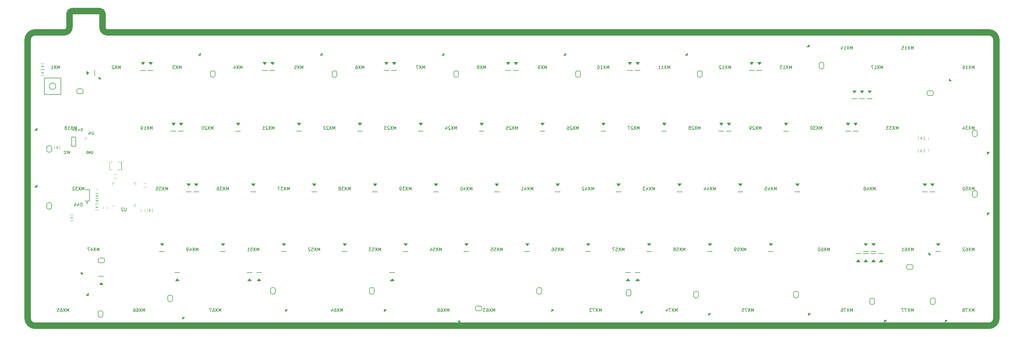
<source format=gbr>
G04 #@! TF.GenerationSoftware,KiCad,Pcbnew,(5.1.11)-1*
G04 #@! TF.CreationDate,2022-07-27T22:25:24+07:00*
G04 #@! TF.ProjectId,averange65 - Copy,61766572-616e-4676-9536-35202d20436f,rev?*
G04 #@! TF.SameCoordinates,Original*
G04 #@! TF.FileFunction,Legend,Bot*
G04 #@! TF.FilePolarity,Positive*
%FSLAX46Y46*%
G04 Gerber Fmt 4.6, Leading zero omitted, Abs format (unit mm)*
G04 Created by KiCad (PCBNEW (5.1.11)-1) date 2022-07-27 22:25:24*
%MOMM*%
%LPD*%
G01*
G04 APERTURE LIST*
%ADD10C,2.000000*%
%ADD11C,0.187500*%
%ADD12C,0.150000*%
%ADD13C,0.100000*%
%ADD14C,0.120000*%
G04 APERTURE END LIST*
D10*
X303856094Y-129708468D02*
X303856094Y-42364041D01*
X3008419Y-132073846D02*
G75*
G02*
X643040Y-129676719I15874J2381253D01*
G01*
X24058790Y-38417500D02*
X24058552Y-34120276D01*
X303856084Y-129709968D02*
G75*
G02*
X301490767Y-132073793I-2381190J17375D01*
G01*
X13739857Y-38427728D02*
G75*
G02*
X12174662Y-39998508I-1587417J16567D01*
G01*
X643040Y-42395793D02*
X643040Y-129676719D01*
X13740101Y-34120277D02*
X13739863Y-38417500D01*
X3008420Y-132073846D02*
X301490767Y-132073793D01*
X301490767Y-39998716D02*
X25630341Y-39998584D01*
X301492267Y-39998726D02*
G75*
G02*
X303856094Y-42364041I-17373J-2381190D01*
G01*
X13740103Y-34120165D02*
G75*
G02*
X14517818Y-33342559I793590J-15986D01*
G01*
X23280834Y-33342559D02*
X14517818Y-33342559D01*
X25631611Y-39998596D02*
G75*
G02*
X24058790Y-38427036I14602J1587435D01*
G01*
X12174662Y-39998508D02*
X3002070Y-39998767D01*
X643081Y-42393827D02*
G75*
G02*
X3002070Y-39998767I2381212J13911D01*
G01*
X23280946Y-33342561D02*
G75*
G02*
X24058552Y-34120276I-15986J-793590D01*
G01*
D11*
X17766219Y-70903995D02*
X17766219Y-70153995D01*
X17587647Y-70153995D01*
X17480505Y-70189710D01*
X17409076Y-70261138D01*
X17373362Y-70332567D01*
X17337647Y-70475424D01*
X17337647Y-70582567D01*
X17373362Y-70725424D01*
X17409076Y-70796852D01*
X17480505Y-70868281D01*
X17587647Y-70903995D01*
X17766219Y-70903995D01*
X17016219Y-70618281D02*
X16444790Y-70618281D01*
X16730505Y-70903995D02*
X16730505Y-70332567D01*
X15980274Y-70903995D02*
X15980274Y-70153995D01*
X15801702Y-70153995D01*
X15694560Y-70189710D01*
X15623131Y-70261138D01*
X15587417Y-70332567D01*
X15551702Y-70475424D01*
X15551702Y-70582567D01*
X15587417Y-70725424D01*
X15623131Y-70796852D01*
X15694560Y-70868281D01*
X15801702Y-70903995D01*
X15980274Y-70903995D01*
X15230274Y-70618281D02*
X14658845Y-70618281D01*
X20653508Y-77333490D02*
X20724937Y-77297775D01*
X20832080Y-77297775D01*
X20939222Y-77333490D01*
X21010651Y-77404918D01*
X21046365Y-77476347D01*
X21082080Y-77619204D01*
X21082080Y-77726347D01*
X21046365Y-77869204D01*
X21010651Y-77940632D01*
X20939222Y-78012061D01*
X20832080Y-78047775D01*
X20760651Y-78047775D01*
X20653508Y-78012061D01*
X20617794Y-77976347D01*
X20617794Y-77726347D01*
X20760651Y-77726347D01*
X20296365Y-78047775D02*
X20296365Y-77297775D01*
X19867794Y-78047775D01*
X19867794Y-77297775D01*
X19510651Y-78047775D02*
X19510651Y-77297775D01*
X19332080Y-77297775D01*
X19224937Y-77333490D01*
X19153508Y-77404918D01*
X19117794Y-77476347D01*
X19082080Y-77619204D01*
X19082080Y-77726347D01*
X19117794Y-77869204D01*
X19153508Y-77940632D01*
X19224937Y-78012061D01*
X19332080Y-78047775D01*
X19510651Y-78047775D01*
X13938300Y-77297775D02*
X13688300Y-78047775D01*
X13438300Y-77297775D01*
X12759728Y-77976347D02*
X12795442Y-78012061D01*
X12902585Y-78047775D01*
X12974014Y-78047775D01*
X13081157Y-78012061D01*
X13152585Y-77940632D01*
X13188300Y-77869204D01*
X13224014Y-77726347D01*
X13224014Y-77619204D01*
X13188300Y-77476347D01*
X13152585Y-77404918D01*
X13081157Y-77333490D01*
X12974014Y-77297775D01*
X12902585Y-77297775D01*
X12795442Y-77333490D01*
X12759728Y-77369204D01*
X12009728Y-77976347D02*
X12045442Y-78012061D01*
X12152585Y-78047775D01*
X12224014Y-78047775D01*
X12331157Y-78012061D01*
X12402585Y-77940632D01*
X12438300Y-77869204D01*
X12474014Y-77726347D01*
X12474014Y-77619204D01*
X12438300Y-77476347D01*
X12402585Y-77404918D01*
X12331157Y-77333490D01*
X12224014Y-77297775D01*
X12152585Y-77297775D01*
X12045442Y-77333490D01*
X12009728Y-77369204D01*
D12*
X22717743Y-127878507D02*
X22717743Y-128878507D01*
X23217743Y-129378507D02*
X23717743Y-129378507D01*
X24217743Y-128878507D02*
X24217743Y-127878507D01*
X23717743Y-127378507D02*
X23217743Y-127378507D01*
D13*
G36*
X19667743Y-121728507D02*
G01*
X19667743Y-122528507D01*
X18867743Y-122528507D01*
X19667743Y-121728507D01*
G37*
X19667743Y-121728507D02*
X19667743Y-122528507D01*
X18867743Y-122528507D01*
X19667743Y-121728507D01*
D12*
X23717743Y-129378507D02*
G75*
G03*
X24217743Y-128878507I0J500000D01*
G01*
X24217743Y-127878507D02*
G75*
G03*
X23717743Y-127378507I-500000J0D01*
G01*
X23217743Y-127378507D02*
G75*
G03*
X22717743Y-127878507I0J-500000D01*
G01*
X22717743Y-128878507D02*
G75*
G03*
X23217743Y-129378507I500000J0D01*
G01*
X284691910Y-124871617D02*
X284691910Y-123871617D01*
X284191910Y-123371617D02*
X283691910Y-123371617D01*
X283191910Y-123871617D02*
X283191910Y-124871617D01*
X283691910Y-125371617D02*
X284191910Y-125371617D01*
D13*
G36*
X287741910Y-131021617D02*
G01*
X287741910Y-130221617D01*
X288541910Y-130221617D01*
X287741910Y-131021617D01*
G37*
X287741910Y-131021617D02*
X287741910Y-130221617D01*
X288541910Y-130221617D01*
X287741910Y-131021617D01*
D12*
X283691910Y-123371617D02*
G75*
G03*
X283191910Y-123871617I0J-500000D01*
G01*
X283191910Y-124871617D02*
G75*
G03*
X283691910Y-125371617I500000J0D01*
G01*
X284191910Y-125371617D02*
G75*
G03*
X284691910Y-124871617I0J500000D01*
G01*
X284691910Y-123871617D02*
G75*
G03*
X284191910Y-123371617I-500000J0D01*
G01*
X141316250Y-127392500D02*
X142316250Y-127392500D01*
X142816250Y-126892500D02*
X142816250Y-126392500D01*
X142316250Y-125892500D02*
X141316250Y-125892500D01*
X140816250Y-126392500D02*
X140816250Y-126892500D01*
D13*
G36*
X135166250Y-130442500D02*
G01*
X135966250Y-130442500D01*
X135966250Y-131242500D01*
X135166250Y-130442500D01*
G37*
X135166250Y-130442500D02*
X135966250Y-130442500D01*
X135966250Y-131242500D01*
X135166250Y-130442500D01*
D12*
X142816250Y-126392500D02*
G75*
G03*
X142316250Y-125892500I-500000J0D01*
G01*
X141316250Y-125892500D02*
G75*
G03*
X140816250Y-126392500I0J-500000D01*
G01*
X140816250Y-126892500D02*
G75*
G03*
X141316250Y-127392500I500000J0D01*
G01*
X142316250Y-127392500D02*
G75*
G03*
X142816250Y-126892500I0J500000D01*
G01*
X11073291Y-54272466D02*
X5873291Y-54272466D01*
X5873291Y-54272466D02*
X5873291Y-59472466D01*
X5873291Y-59472466D02*
X11073291Y-59472466D01*
X11073291Y-59472466D02*
X11073291Y-54272466D01*
X9473291Y-56872466D02*
G75*
G03*
X9473291Y-56872466I-1000000J0D01*
G01*
D13*
G36*
X164561691Y-127747525D02*
G01*
X164561691Y-126947525D01*
X165361691Y-126947525D01*
X164561691Y-127747525D01*
G37*
X164561691Y-127747525D02*
X164561691Y-126947525D01*
X165361691Y-126947525D01*
X164561691Y-127747525D01*
D12*
X160511691Y-122097525D02*
X161011691Y-122097525D01*
X160011691Y-120597525D02*
X160011691Y-121597525D01*
X161011691Y-120097525D02*
X160511691Y-120097525D01*
X161511691Y-121597525D02*
X161511691Y-120597525D01*
X160511691Y-120097525D02*
G75*
G03*
X160011691Y-120597525I0J-500000D01*
G01*
X160011691Y-121597525D02*
G75*
G03*
X160511691Y-122097525I500000J0D01*
G01*
X161011691Y-122097525D02*
G75*
G03*
X161511691Y-121597525I0J500000D01*
G01*
X161511691Y-120597525D02*
G75*
G03*
X161011691Y-120097525I-500000J0D01*
G01*
D13*
G36*
X244929750Y-128938018D02*
G01*
X244929750Y-128138018D01*
X245729750Y-128138018D01*
X244929750Y-128938018D01*
G37*
X244929750Y-128938018D02*
X244929750Y-128138018D01*
X245729750Y-128138018D01*
X244929750Y-128938018D01*
D12*
X240879750Y-123288018D02*
X241379750Y-123288018D01*
X240379750Y-121788018D02*
X240379750Y-122788018D01*
X241379750Y-121288018D02*
X240879750Y-121288018D01*
X241879750Y-122788018D02*
X241879750Y-121788018D01*
X240879750Y-121288018D02*
G75*
G03*
X240379750Y-121788018I0J-500000D01*
G01*
X240379750Y-122788018D02*
G75*
G03*
X240879750Y-123288018I500000J0D01*
G01*
X241379750Y-123288018D02*
G75*
G03*
X241879750Y-122788018I0J500000D01*
G01*
X241879750Y-121788018D02*
G75*
G03*
X241379750Y-121288018I-500000J0D01*
G01*
X268532538Y-109441110D02*
X266932538Y-109441110D01*
D13*
G36*
X267732538Y-111241110D02*
G01*
X267132538Y-112041110D01*
X268332538Y-112041110D01*
X267732538Y-111241110D01*
G37*
X267732538Y-111241110D02*
X267132538Y-112041110D01*
X268332538Y-112041110D01*
X267732538Y-111241110D01*
D12*
X266151282Y-109441110D02*
X264551282Y-109441110D01*
D13*
G36*
X265351282Y-111241110D02*
G01*
X264751282Y-112041110D01*
X265951282Y-112041110D01*
X265351282Y-111241110D01*
G37*
X265351282Y-111241110D02*
X264751282Y-112041110D01*
X265951282Y-112041110D01*
X265351282Y-111241110D01*
D12*
X263770026Y-109441110D02*
X262170026Y-109441110D01*
D13*
G36*
X262970026Y-111241110D02*
G01*
X262370026Y-112041110D01*
X263570026Y-112041110D01*
X262970026Y-111241110D01*
G37*
X262970026Y-111241110D02*
X262370026Y-112041110D01*
X263570026Y-112041110D01*
X262970026Y-111241110D01*
D12*
X261388770Y-109441110D02*
X259788770Y-109441110D01*
D13*
G36*
X260588770Y-111241110D02*
G01*
X259988770Y-112041110D01*
X261188770Y-112041110D01*
X260588770Y-111241110D01*
G37*
X260588770Y-111241110D02*
X259988770Y-112041110D01*
X261188770Y-112041110D01*
X260588770Y-111241110D01*
D12*
X192332660Y-115394375D02*
X190732660Y-115394375D01*
D13*
G36*
X191532660Y-117194375D02*
G01*
X190932660Y-117994375D01*
X192132660Y-117994375D01*
X191532660Y-117194375D01*
G37*
X191532660Y-117194375D02*
X190932660Y-117994375D01*
X192132660Y-117994375D01*
X191532660Y-117194375D01*
D12*
X189356085Y-115394375D02*
X187756085Y-115394375D01*
D13*
G36*
X188556085Y-117194375D02*
G01*
X187956085Y-117994375D01*
X189156085Y-117994375D01*
X188556085Y-117194375D01*
G37*
X188556085Y-117194375D02*
X187956085Y-117994375D01*
X189156085Y-117994375D01*
X188556085Y-117194375D01*
D12*
X115536655Y-115394125D02*
X113936655Y-115394125D01*
D13*
G36*
X114736655Y-117194125D02*
G01*
X114136655Y-117994125D01*
X115336655Y-117994125D01*
X114736655Y-117194125D01*
G37*
X114736655Y-117194125D02*
X114136655Y-117994125D01*
X115336655Y-117994125D01*
X114736655Y-117194125D01*
D12*
X73864745Y-115394125D02*
X72264745Y-115394125D01*
D13*
G36*
X73064745Y-117194125D02*
G01*
X72464745Y-117994125D01*
X73664745Y-117994125D01*
X73064745Y-117194125D01*
G37*
X73064745Y-117194125D02*
X72464745Y-117994125D01*
X73664745Y-117994125D01*
X73064745Y-117194125D01*
D12*
X70888125Y-115394125D02*
X69288125Y-115394125D01*
D13*
G36*
X70088125Y-117194125D02*
G01*
X69488125Y-117994125D01*
X70688125Y-117994125D01*
X70088125Y-117194125D01*
G37*
X70088125Y-117194125D02*
X69488125Y-117994125D01*
X70688125Y-117994125D01*
X70088125Y-117194125D01*
D12*
X48266286Y-115394125D02*
X46666286Y-115394125D01*
D13*
G36*
X47466286Y-117194125D02*
G01*
X46866286Y-117994125D01*
X48066286Y-117994125D01*
X47466286Y-117194125D01*
G37*
X47466286Y-117194125D02*
X46866286Y-117994125D01*
X48066286Y-117994125D01*
X47466286Y-117194125D01*
D12*
X24453798Y-116584878D02*
X22853798Y-116584878D01*
D13*
G36*
X23653798Y-118384878D02*
G01*
X23053798Y-119184878D01*
X24253798Y-119184878D01*
X23653798Y-118384878D01*
G37*
X23653798Y-118384878D02*
X23053798Y-119184878D01*
X24253798Y-119184878D01*
X23653798Y-118384878D01*
D12*
X284791958Y-108780941D02*
X286391958Y-108780941D01*
D13*
G36*
X285591958Y-106980941D02*
G01*
X286191958Y-106180941D01*
X284991958Y-106180941D01*
X285591958Y-106980941D01*
G37*
X285591958Y-106980941D02*
X286191958Y-106180941D01*
X284991958Y-106180941D01*
X285591958Y-106980941D01*
D12*
X264551282Y-108780941D02*
X266151282Y-108780941D01*
D13*
G36*
X265351282Y-106980941D02*
G01*
X265951282Y-106180941D01*
X264751282Y-106180941D01*
X265351282Y-106980941D01*
G37*
X265351282Y-106980941D02*
X265951282Y-106180941D01*
X264751282Y-106180941D01*
X265351282Y-106980941D01*
D12*
X262170026Y-108780941D02*
X263770026Y-108780941D01*
D13*
G36*
X262970026Y-106980941D02*
G01*
X263570026Y-106180941D01*
X262370026Y-106180941D01*
X262970026Y-106980941D01*
G37*
X262970026Y-106980941D02*
X263570026Y-106180941D01*
X262370026Y-106180941D01*
X262970026Y-106980941D01*
D12*
X232404850Y-108781265D02*
X234004850Y-108781265D01*
D13*
G36*
X233204850Y-106981265D02*
G01*
X233804850Y-106181265D01*
X232604850Y-106181265D01*
X233204850Y-106981265D01*
G37*
X233204850Y-106981265D02*
X233804850Y-106181265D01*
X232604850Y-106181265D01*
X233204850Y-106981265D01*
D12*
X213354770Y-108781265D02*
X214954770Y-108781265D01*
D13*
G36*
X214154770Y-106981265D02*
G01*
X214754770Y-106181265D01*
X213554770Y-106181265D01*
X214154770Y-106981265D01*
G37*
X214154770Y-106981265D02*
X214754770Y-106181265D01*
X213554770Y-106181265D01*
X214154770Y-106981265D01*
D12*
X194304690Y-108781265D02*
X195904690Y-108781265D01*
D13*
G36*
X195104690Y-106981265D02*
G01*
X195704690Y-106181265D01*
X194504690Y-106181265D01*
X195104690Y-106981265D01*
G37*
X195104690Y-106981265D02*
X195704690Y-106181265D01*
X194504690Y-106181265D01*
X195104690Y-106981265D01*
D12*
X175254610Y-108781265D02*
X176854610Y-108781265D01*
D13*
G36*
X176054610Y-106981265D02*
G01*
X176654610Y-106181265D01*
X175454610Y-106181265D01*
X176054610Y-106981265D01*
G37*
X176054610Y-106981265D02*
X176654610Y-106181265D01*
X175454610Y-106181265D01*
X176054610Y-106981265D01*
D12*
X156204530Y-108781265D02*
X157804530Y-108781265D01*
D13*
G36*
X157004530Y-106981265D02*
G01*
X157604530Y-106181265D01*
X156404530Y-106181265D01*
X157004530Y-106981265D01*
G37*
X157004530Y-106981265D02*
X157604530Y-106181265D01*
X156404530Y-106181265D01*
X157004530Y-106981265D01*
D12*
X137154450Y-108781265D02*
X138754450Y-108781265D01*
D13*
G36*
X137954450Y-106981265D02*
G01*
X138554450Y-106181265D01*
X137354450Y-106181265D01*
X137954450Y-106981265D01*
G37*
X137954450Y-106981265D02*
X138554450Y-106181265D01*
X137354450Y-106181265D01*
X137954450Y-106981265D01*
D12*
X118104370Y-108781265D02*
X119704370Y-108781265D01*
D13*
G36*
X118904370Y-106981265D02*
G01*
X119504370Y-106181265D01*
X118304370Y-106181265D01*
X118904370Y-106981265D01*
G37*
X118904370Y-106981265D02*
X119504370Y-106181265D01*
X118304370Y-106181265D01*
X118904370Y-106981265D01*
D12*
X99054290Y-108781265D02*
X100654290Y-108781265D01*
D13*
G36*
X99854290Y-106981265D02*
G01*
X100454290Y-106181265D01*
X99254290Y-106181265D01*
X99854290Y-106981265D01*
G37*
X99854290Y-106981265D02*
X100454290Y-106181265D01*
X99254290Y-106181265D01*
X99854290Y-106981265D01*
D12*
X80004210Y-108781265D02*
X81604210Y-108781265D01*
D13*
G36*
X80804210Y-106981265D02*
G01*
X81404210Y-106181265D01*
X80204210Y-106181265D01*
X80804210Y-106981265D01*
G37*
X80804210Y-106981265D02*
X81404210Y-106181265D01*
X80204210Y-106181265D01*
X80804210Y-106981265D01*
D12*
X60954130Y-108781265D02*
X62554130Y-108781265D01*
D13*
G36*
X61754130Y-106981265D02*
G01*
X62354130Y-106181265D01*
X61154130Y-106181265D01*
X61754130Y-106981265D01*
G37*
X61754130Y-106981265D02*
X62354130Y-106181265D01*
X61154130Y-106181265D01*
X61754130Y-106981265D01*
D12*
X283006016Y-90028550D02*
X284606016Y-90028550D01*
D13*
G36*
X283806016Y-88228550D02*
G01*
X284406016Y-87428550D01*
X283206016Y-87428550D01*
X283806016Y-88228550D01*
G37*
X283806016Y-88228550D02*
X284406016Y-87428550D01*
X283206016Y-87428550D01*
X283806016Y-88228550D01*
D12*
X41903846Y-108780941D02*
X43503846Y-108780941D01*
D13*
G36*
X42703846Y-106980941D02*
G01*
X43303846Y-106180941D01*
X42103846Y-106180941D01*
X42703846Y-106980941D01*
G37*
X42703846Y-106980941D02*
X43303846Y-106180941D01*
X42103846Y-106180941D01*
X42703846Y-106980941D01*
D12*
X280624760Y-90028550D02*
X282224760Y-90028550D01*
D13*
G36*
X281424760Y-88228550D02*
G01*
X282024760Y-87428550D01*
X280824760Y-87428550D01*
X281424760Y-88228550D01*
G37*
X281424760Y-88228550D02*
X282024760Y-87428550D01*
X280824760Y-87428550D01*
X281424760Y-88228550D01*
D12*
X240739260Y-90028842D02*
X242339260Y-90028842D01*
D13*
G36*
X241539260Y-88228842D02*
G01*
X242139260Y-87428842D01*
X240939260Y-87428842D01*
X241539260Y-88228842D01*
G37*
X241539260Y-88228842D02*
X242139260Y-87428842D01*
X240939260Y-87428842D01*
X241539260Y-88228842D01*
D12*
X222879810Y-90028842D02*
X224479810Y-90028842D01*
D13*
G36*
X223679810Y-88228842D02*
G01*
X224279810Y-87428842D01*
X223079810Y-87428842D01*
X223679810Y-88228842D01*
G37*
X223679810Y-88228842D02*
X224279810Y-87428842D01*
X223079810Y-87428842D01*
X223679810Y-88228842D01*
D12*
X203829730Y-90028842D02*
X205429730Y-90028842D01*
D13*
G36*
X204629730Y-88228842D02*
G01*
X205229730Y-87428842D01*
X204029730Y-87428842D01*
X204629730Y-88228842D01*
G37*
X204629730Y-88228842D02*
X205229730Y-87428842D01*
X204029730Y-87428842D01*
X204629730Y-88228842D01*
D12*
X184779650Y-90028842D02*
X186379650Y-90028842D01*
D13*
G36*
X185579650Y-88228842D02*
G01*
X186179650Y-87428842D01*
X184979650Y-87428842D01*
X185579650Y-88228842D01*
G37*
X185579650Y-88228842D02*
X186179650Y-87428842D01*
X184979650Y-87428842D01*
X185579650Y-88228842D01*
D12*
X165729570Y-90028842D02*
X167329570Y-90028842D01*
D13*
G36*
X166529570Y-88228842D02*
G01*
X167129570Y-87428842D01*
X165929570Y-87428842D01*
X166529570Y-88228842D01*
G37*
X166529570Y-88228842D02*
X167129570Y-87428842D01*
X165929570Y-87428842D01*
X166529570Y-88228842D01*
D12*
X146679490Y-90028842D02*
X148279490Y-90028842D01*
D13*
G36*
X147479490Y-88228842D02*
G01*
X148079490Y-87428842D01*
X146879490Y-87428842D01*
X147479490Y-88228842D01*
G37*
X147479490Y-88228842D02*
X148079490Y-87428842D01*
X146879490Y-87428842D01*
X147479490Y-88228842D01*
D12*
X127628750Y-90028442D02*
X129228750Y-90028442D01*
D13*
G36*
X128428750Y-88228442D02*
G01*
X129028750Y-87428442D01*
X127828750Y-87428442D01*
X128428750Y-88228442D01*
G37*
X128428750Y-88228442D02*
X129028750Y-87428442D01*
X127828750Y-87428442D01*
X128428750Y-88228442D01*
D12*
X108578750Y-90028442D02*
X110178750Y-90028442D01*
D13*
G36*
X109378750Y-88228442D02*
G01*
X109978750Y-87428442D01*
X108778750Y-87428442D01*
X109378750Y-88228442D01*
G37*
X109378750Y-88228442D02*
X109978750Y-87428442D01*
X108778750Y-87428442D01*
X109378750Y-88228442D01*
D12*
X89529250Y-90028842D02*
X91129250Y-90028842D01*
D13*
G36*
X90329250Y-88228842D02*
G01*
X90929250Y-87428842D01*
X89729250Y-87428842D01*
X90329250Y-88228842D01*
G37*
X90329250Y-88228842D02*
X90929250Y-87428842D01*
X89729250Y-87428842D01*
X90329250Y-88228842D01*
D12*
X70479170Y-90028842D02*
X72079170Y-90028842D01*
D13*
G36*
X71279170Y-88228842D02*
G01*
X71879170Y-87428842D01*
X70679170Y-87428842D01*
X71279170Y-88228842D01*
G37*
X71279170Y-88228842D02*
X71879170Y-87428842D01*
X70679170Y-87428842D01*
X71279170Y-88228842D01*
D12*
X50238125Y-90028442D02*
X51838125Y-90028442D01*
D13*
G36*
X51038125Y-88228442D02*
G01*
X51638125Y-87428442D01*
X50438125Y-87428442D01*
X51038125Y-88228442D01*
G37*
X51038125Y-88228442D02*
X51638125Y-87428442D01*
X50438125Y-87428442D01*
X51038125Y-88228442D01*
D12*
X256574760Y-70978502D02*
X258174760Y-70978502D01*
D13*
G36*
X257374760Y-69178502D02*
G01*
X257974760Y-68378502D01*
X256774760Y-68378502D01*
X257374760Y-69178502D01*
G37*
X257374760Y-69178502D02*
X257974760Y-68378502D01*
X256774760Y-68378502D01*
X257374760Y-69178502D01*
D12*
X258956016Y-70978550D02*
X260556016Y-70978550D01*
D13*
G36*
X259756016Y-69178550D02*
G01*
X260356016Y-68378550D01*
X259156016Y-68378550D01*
X259756016Y-69178550D01*
G37*
X259756016Y-69178550D02*
X260356016Y-68378550D01*
X259156016Y-68378550D01*
X259756016Y-69178550D01*
D12*
X52619375Y-90028442D02*
X54219375Y-90028442D01*
D13*
G36*
X53419375Y-88228442D02*
G01*
X54019375Y-87428442D01*
X52819375Y-87428442D01*
X53419375Y-88228442D01*
G37*
X53419375Y-88228442D02*
X54019375Y-87428442D01*
X52819375Y-87428442D01*
X53419375Y-88228442D01*
D12*
X237166886Y-70978442D02*
X238766886Y-70978442D01*
D13*
G36*
X237966886Y-69178442D02*
G01*
X238566886Y-68378442D01*
X237366886Y-68378442D01*
X237966886Y-69178442D01*
G37*
X237966886Y-69178442D02*
X238566886Y-68378442D01*
X237366886Y-68378442D01*
X237966886Y-69178442D01*
D12*
X219307920Y-70978762D02*
X220907920Y-70978762D01*
D13*
G36*
X220107920Y-69178762D02*
G01*
X220707920Y-68378762D01*
X219507920Y-68378762D01*
X220107920Y-69178762D01*
G37*
X220107920Y-69178762D02*
X220707920Y-68378762D01*
X219507920Y-68378762D01*
X220107920Y-69178762D01*
D12*
X216926660Y-70978762D02*
X218526660Y-70978762D01*
D13*
G36*
X217726660Y-69178762D02*
G01*
X218326660Y-68378762D01*
X217126660Y-68378762D01*
X217726660Y-69178762D01*
G37*
X217726660Y-69178762D02*
X218326660Y-68378762D01*
X217126660Y-68378762D01*
X217726660Y-69178762D01*
D12*
X199067210Y-70978762D02*
X200667210Y-70978762D01*
D13*
G36*
X199867210Y-69178762D02*
G01*
X200467210Y-68378762D01*
X199267210Y-68378762D01*
X199867210Y-69178762D01*
G37*
X199867210Y-69178762D02*
X200467210Y-68378762D01*
X199267210Y-68378762D01*
X199867210Y-69178762D01*
D12*
X180016426Y-70978442D02*
X181616426Y-70978442D01*
D13*
G36*
X180816426Y-69178442D02*
G01*
X181416426Y-68378442D01*
X180216426Y-68378442D01*
X180816426Y-69178442D01*
G37*
X180816426Y-69178442D02*
X181416426Y-68378442D01*
X180216426Y-68378442D01*
X180816426Y-69178442D01*
D12*
X160967050Y-70978762D02*
X162567050Y-70978762D01*
D13*
G36*
X161767050Y-69178762D02*
G01*
X162367050Y-68378762D01*
X161167050Y-68378762D01*
X161767050Y-69178762D01*
G37*
X161767050Y-69178762D02*
X162367050Y-68378762D01*
X161167050Y-68378762D01*
X161767050Y-69178762D01*
D12*
X141916394Y-70978442D02*
X143516394Y-70978442D01*
D13*
G36*
X142716394Y-69178442D02*
G01*
X143316394Y-68378442D01*
X142116394Y-68378442D01*
X142716394Y-69178442D01*
G37*
X142716394Y-69178442D02*
X143316394Y-68378442D01*
X142116394Y-68378442D01*
X142716394Y-69178442D01*
D12*
X122866378Y-70978442D02*
X124466378Y-70978442D01*
D13*
G36*
X123666378Y-69178442D02*
G01*
X124266378Y-68378442D01*
X123066378Y-68378442D01*
X123666378Y-69178442D01*
G37*
X123666378Y-69178442D02*
X124266378Y-68378442D01*
X123066378Y-68378442D01*
X123666378Y-69178442D01*
D12*
X103816362Y-70978442D02*
X105416362Y-70978442D01*
D13*
G36*
X104616362Y-69178442D02*
G01*
X105216362Y-68378442D01*
X104016362Y-68378442D01*
X104616362Y-69178442D01*
G37*
X104616362Y-69178442D02*
X105216362Y-68378442D01*
X104016362Y-68378442D01*
X104616362Y-69178442D01*
D12*
X84766346Y-70978442D02*
X86366346Y-70978442D01*
D13*
G36*
X85566346Y-69178442D02*
G01*
X86166346Y-68378442D01*
X84966346Y-68378442D01*
X85566346Y-69178442D01*
G37*
X85566346Y-69178442D02*
X86166346Y-68378442D01*
X84966346Y-68378442D01*
X85566346Y-69178442D01*
D12*
X65716330Y-70978442D02*
X67316330Y-70978442D01*
D13*
G36*
X66516330Y-69178442D02*
G01*
X67116330Y-68378442D01*
X65916330Y-68378442D01*
X66516330Y-69178442D01*
G37*
X66516330Y-69178442D02*
X67116330Y-68378442D01*
X65916330Y-68378442D01*
X66516330Y-69178442D01*
D12*
X45475730Y-70978762D02*
X47075730Y-70978762D01*
D13*
G36*
X46275730Y-69178762D02*
G01*
X46875730Y-68378762D01*
X45675730Y-68378762D01*
X46275730Y-69178762D01*
G37*
X46275730Y-69178762D02*
X46875730Y-68378762D01*
X45675730Y-68378762D01*
X46275730Y-69178762D01*
D12*
X47856986Y-70978502D02*
X49456986Y-70978502D01*
D13*
G36*
X48656986Y-69178502D02*
G01*
X49256986Y-68378502D01*
X48056986Y-68378502D01*
X48656986Y-69178502D01*
G37*
X48656986Y-69178502D02*
X49256986Y-68378502D01*
X48056986Y-68378502D01*
X48656986Y-69178502D01*
D12*
X263360654Y-60858164D02*
X264960654Y-60858164D01*
D13*
G36*
X264160654Y-59058164D02*
G01*
X264760654Y-58258164D01*
X263560654Y-58258164D01*
X264160654Y-59058164D01*
G37*
X264160654Y-59058164D02*
X264760654Y-58258164D01*
X263560654Y-58258164D01*
X264160654Y-59058164D01*
D12*
X260979398Y-60858164D02*
X262579398Y-60858164D01*
D13*
G36*
X261779398Y-59058164D02*
G01*
X262379398Y-58258164D01*
X261179398Y-58258164D01*
X261779398Y-59058164D01*
G37*
X261779398Y-59058164D02*
X262379398Y-58258164D01*
X261179398Y-58258164D01*
X261779398Y-59058164D01*
D12*
X258598142Y-60858164D02*
X260198142Y-60858164D01*
D13*
G36*
X259398142Y-59058164D02*
G01*
X259998142Y-58258164D01*
X258798142Y-58258164D01*
X259398142Y-59058164D01*
G37*
X259398142Y-59058164D02*
X259998142Y-58258164D01*
X258798142Y-58258164D01*
X259398142Y-59058164D01*
D12*
X228832960Y-51928679D02*
X230432960Y-51928679D01*
D13*
G36*
X229632960Y-50128679D02*
G01*
X230232960Y-49328679D01*
X229032960Y-49328679D01*
X229632960Y-50128679D01*
G37*
X229632960Y-50128679D02*
X230232960Y-49328679D01*
X229032960Y-49328679D01*
X229632960Y-50128679D01*
D12*
X226450840Y-51928439D02*
X228050840Y-51928439D01*
D13*
G36*
X227250840Y-50128439D02*
G01*
X227850840Y-49328439D01*
X226650840Y-49328439D01*
X227250840Y-50128439D01*
G37*
X227250840Y-50128439D02*
X227850840Y-49328439D01*
X226650840Y-49328439D01*
X227250840Y-50128439D01*
D12*
X190732800Y-51928439D02*
X192332800Y-51928439D01*
D13*
G36*
X191532800Y-50128439D02*
G01*
X192132800Y-49328439D01*
X190932800Y-49328439D01*
X191532800Y-50128439D01*
G37*
X191532800Y-50128439D02*
X192132800Y-49328439D01*
X190932800Y-49328439D01*
X191532800Y-50128439D01*
D12*
X188350808Y-51928439D02*
X189950808Y-51928439D01*
D13*
G36*
X189150808Y-50128439D02*
G01*
X189750808Y-49328439D01*
X188550808Y-49328439D01*
X189150808Y-50128439D01*
G37*
X189150808Y-50128439D02*
X189750808Y-49328439D01*
X188550808Y-49328439D01*
X189150808Y-50128439D01*
D12*
X152632640Y-51928439D02*
X154232640Y-51928439D01*
D13*
G36*
X153432640Y-50128439D02*
G01*
X154032640Y-49328439D01*
X152832640Y-49328439D01*
X153432640Y-50128439D01*
G37*
X153432640Y-50128439D02*
X154032640Y-49328439D01*
X152832640Y-49328439D01*
X153432640Y-50128439D01*
D12*
X150250776Y-51928439D02*
X151850776Y-51928439D01*
D13*
G36*
X151050776Y-50128439D02*
G01*
X151650776Y-49328439D01*
X150450776Y-49328439D01*
X151050776Y-50128439D01*
G37*
X151050776Y-50128439D02*
X151650776Y-49328439D01*
X150450776Y-49328439D01*
X151050776Y-50128439D01*
D12*
X114532480Y-51928439D02*
X116132480Y-51928439D01*
D13*
G36*
X115332480Y-50128439D02*
G01*
X115932480Y-49328439D01*
X114732480Y-49328439D01*
X115332480Y-50128439D01*
G37*
X115332480Y-50128439D02*
X115932480Y-49328439D01*
X114732480Y-49328439D01*
X115332480Y-50128439D01*
D12*
X112150744Y-51928439D02*
X113750744Y-51928439D01*
D13*
G36*
X112950744Y-50128439D02*
G01*
X113550744Y-49328439D01*
X112350744Y-49328439D01*
X112950744Y-50128439D01*
G37*
X112950744Y-50128439D02*
X113550744Y-49328439D01*
X112350744Y-49328439D01*
X112950744Y-50128439D01*
D12*
X76432320Y-51928679D02*
X78032320Y-51928679D01*
D13*
G36*
X77232320Y-50128679D02*
G01*
X77832320Y-49328679D01*
X76632320Y-49328679D01*
X77232320Y-50128679D01*
G37*
X77232320Y-50128679D02*
X77832320Y-49328679D01*
X76632320Y-49328679D01*
X77232320Y-50128679D01*
D12*
X74050712Y-51928439D02*
X75650712Y-51928439D01*
D13*
G36*
X74850712Y-50128439D02*
G01*
X75450712Y-49328439D01*
X74250712Y-49328439D01*
X74850712Y-50128439D01*
G37*
X74850712Y-50128439D02*
X75450712Y-49328439D01*
X74250712Y-49328439D01*
X74850712Y-50128439D01*
D12*
X38332160Y-51928679D02*
X39932160Y-51928679D01*
D13*
G36*
X39132160Y-50128679D02*
G01*
X39732160Y-49328679D01*
X38532160Y-49328679D01*
X39132160Y-50128679D01*
G37*
X39132160Y-50128679D02*
X39732160Y-49328679D01*
X38532160Y-49328679D01*
X39132160Y-50128679D01*
D12*
X35950900Y-51928679D02*
X37550900Y-51928679D01*
D13*
G36*
X36750900Y-50128679D02*
G01*
X37350900Y-49328679D01*
X36150900Y-49328679D01*
X36750900Y-50128679D01*
G37*
X36750900Y-50128679D02*
X37350900Y-49328679D01*
X36150900Y-49328679D01*
X36750900Y-50128679D01*
D12*
X21686600Y-53505024D02*
X21686600Y-51905024D01*
D13*
G36*
X19886600Y-52705024D02*
G01*
X19086600Y-52105024D01*
X19086600Y-53305024D01*
X19886600Y-52705024D01*
G37*
X19886600Y-52705024D02*
X19086600Y-52105024D01*
X19086600Y-53305024D01*
X19886600Y-52705024D01*
D12*
X14423750Y-72870400D02*
X14423750Y-75770400D01*
X14423750Y-72870400D02*
X15723750Y-72870400D01*
X15723750Y-72870400D02*
X15723750Y-75770400D01*
X15723750Y-75770400D02*
X14423750Y-75770400D01*
D14*
X15046250Y-97227500D02*
X13846250Y-97227500D01*
X13846250Y-98987500D02*
X15046250Y-98987500D01*
D13*
X14596250Y-98307500D02*
X14696250Y-97907500D01*
X14496250Y-97907500D02*
X14596250Y-98307500D01*
X14296250Y-97907500D02*
X14396250Y-98307500D01*
X14096250Y-97907500D02*
X14196250Y-98307500D01*
X14196250Y-98307500D02*
X14296250Y-97907500D01*
X14696250Y-97907500D02*
X14796250Y-98307500D01*
X14396250Y-98307500D02*
X14496250Y-97907500D01*
D14*
X37954305Y-95265289D02*
X37954305Y-96465289D01*
X39714305Y-96465289D02*
X39714305Y-95265289D01*
D13*
X39034305Y-95715289D02*
X38634305Y-95615289D01*
X38634305Y-95815289D02*
X39034305Y-95715289D01*
X38634305Y-96015289D02*
X39034305Y-95915289D01*
X38634305Y-96215289D02*
X39034305Y-96115289D01*
X39034305Y-96115289D02*
X38634305Y-96015289D01*
X38634305Y-95615289D02*
X39034305Y-95515289D01*
X39034305Y-95915289D02*
X38634305Y-95815289D01*
D14*
X22739597Y-90603246D02*
X21889597Y-90603246D01*
X22739597Y-92003246D02*
X21889597Y-92003246D01*
D13*
X22064597Y-91503246D02*
X21964597Y-91103246D01*
X22564597Y-91103246D02*
X22464597Y-91503246D01*
X22664597Y-91503246D02*
X22564597Y-91103246D01*
X22464597Y-91503246D02*
X22364597Y-91103246D01*
X22364597Y-91103246D02*
X22264597Y-91503246D01*
X22264597Y-91503246D02*
X22164597Y-91103246D01*
X22164597Y-91103246D02*
X22064597Y-91503246D01*
D14*
X22739597Y-92138023D02*
X21889597Y-92138023D01*
X22739597Y-93538023D02*
X21889597Y-93538023D01*
D13*
X22064597Y-93038023D02*
X21964597Y-92638023D01*
X22564597Y-92638023D02*
X22464597Y-93038023D01*
X22664597Y-93038023D02*
X22564597Y-92638023D01*
X22464597Y-93038023D02*
X22364597Y-92638023D01*
X22364597Y-92638023D02*
X22264597Y-93038023D01*
X22264597Y-93038023D02*
X22164597Y-92638023D01*
X22164597Y-92638023D02*
X22064597Y-93038023D01*
D14*
X5902250Y-51793000D02*
X4702250Y-51793000D01*
X4702250Y-53553000D02*
X5902250Y-53553000D01*
D13*
X5452250Y-52873000D02*
X5552250Y-52473000D01*
X5352250Y-52473000D02*
X5452250Y-52873000D01*
X5152250Y-52473000D02*
X5252250Y-52873000D01*
X4952250Y-52473000D02*
X5052250Y-52873000D01*
X5052250Y-52873000D02*
X5152250Y-52473000D01*
X5552250Y-52473000D02*
X5652250Y-52873000D01*
X5252250Y-52873000D02*
X5352250Y-52473000D01*
D14*
X5902250Y-49793000D02*
X4702250Y-49793000D01*
X4702250Y-51553000D02*
X5902250Y-51553000D01*
D13*
X5452250Y-50873000D02*
X5552250Y-50473000D01*
X5352250Y-50473000D02*
X5452250Y-50873000D01*
X5152250Y-50473000D02*
X5252250Y-50873000D01*
X4952250Y-50473000D02*
X5052250Y-50873000D01*
X5052250Y-50873000D02*
X5152250Y-50473000D01*
X5552250Y-50473000D02*
X5652250Y-50873000D01*
X5252250Y-50873000D02*
X5352250Y-50473000D01*
D14*
X37656250Y-87411000D02*
X36956250Y-87411000D01*
X36956250Y-88611000D02*
X37656250Y-88611000D01*
X21964597Y-90403246D02*
X22664597Y-90403246D01*
X22664597Y-89203246D02*
X21964597Y-89203246D01*
X27768653Y-85749637D02*
X28468653Y-85749637D01*
X28468653Y-84549637D02*
X27768653Y-84549637D01*
X36150706Y-95662000D02*
X36150706Y-96362000D01*
X37350706Y-96362000D02*
X37350706Y-95662000D01*
X24323750Y-94697500D02*
X24323750Y-95397500D01*
X25523750Y-95397500D02*
X25523750Y-94697500D01*
D12*
X277227750Y-112864000D02*
X276227750Y-112864000D01*
X275727750Y-113364000D02*
X275727750Y-113864000D01*
X276227750Y-114364000D02*
X277227750Y-114364000D01*
X277727750Y-113864000D02*
X277727750Y-113364000D01*
D13*
G36*
X283377750Y-109814000D02*
G01*
X282577750Y-109814000D01*
X282577750Y-109014000D01*
X283377750Y-109814000D01*
G37*
X283377750Y-109814000D02*
X282577750Y-109814000D01*
X282577750Y-109014000D01*
X283377750Y-109814000D01*
D12*
X275727750Y-113864000D02*
G75*
G03*
X276227750Y-114364000I500000J0D01*
G01*
X277227750Y-114364000D02*
G75*
G03*
X277727750Y-113864000I0J500000D01*
G01*
X277727750Y-113364000D02*
G75*
G03*
X277227750Y-112864000I-500000J0D01*
G01*
X276227750Y-112864000D02*
G75*
G03*
X275727750Y-113364000I0J-500000D01*
G01*
X265691910Y-124871617D02*
X265691910Y-123871617D01*
X265191910Y-123371617D02*
X264691910Y-123371617D01*
X264191910Y-123871617D02*
X264191910Y-124871617D01*
X264691910Y-125371617D02*
X265191910Y-125371617D01*
D13*
G36*
X268741910Y-131021617D02*
G01*
X268741910Y-130221617D01*
X269541910Y-130221617D01*
X268741910Y-131021617D01*
G37*
X268741910Y-131021617D02*
X268741910Y-130221617D01*
X269541910Y-130221617D01*
X268741910Y-131021617D01*
D12*
X264691910Y-123371617D02*
G75*
G03*
X264191910Y-123871617I0J-500000D01*
G01*
X264191910Y-124871617D02*
G75*
G03*
X264691910Y-125371617I500000J0D01*
G01*
X265191910Y-125371617D02*
G75*
G03*
X265691910Y-124871617I0J500000D01*
G01*
X265691910Y-123871617D02*
G75*
G03*
X265191910Y-123371617I-500000J0D01*
G01*
X210625365Y-122788018D02*
X210625365Y-121788018D01*
X210125365Y-121288018D02*
X209625365Y-121288018D01*
X209125365Y-121788018D02*
X209125365Y-122788018D01*
X209625365Y-123288018D02*
X210125365Y-123288018D01*
D13*
G36*
X213675365Y-128938018D02*
G01*
X213675365Y-128138018D01*
X214475365Y-128138018D01*
X213675365Y-128938018D01*
G37*
X213675365Y-128938018D02*
X213675365Y-128138018D01*
X214475365Y-128138018D01*
X213675365Y-128938018D01*
D12*
X209625365Y-121288018D02*
G75*
G03*
X209125365Y-121788018I0J-500000D01*
G01*
X209125365Y-122788018D02*
G75*
G03*
X209625365Y-123288018I500000J0D01*
G01*
X210125365Y-123288018D02*
G75*
G03*
X210625365Y-122788018I0J500000D01*
G01*
X210625365Y-121788018D02*
G75*
G03*
X210125365Y-121288018I-500000J0D01*
G01*
X189491402Y-122192564D02*
X189491402Y-121192564D01*
X188991402Y-120692564D02*
X188491402Y-120692564D01*
X187991402Y-121192564D02*
X187991402Y-122192564D01*
X188491402Y-122692564D02*
X188991402Y-122692564D01*
D13*
G36*
X192541402Y-128342564D02*
G01*
X192541402Y-127542564D01*
X193341402Y-127542564D01*
X192541402Y-128342564D01*
G37*
X192541402Y-128342564D02*
X192541402Y-127542564D01*
X193341402Y-127542564D01*
X192541402Y-128342564D01*
D12*
X188491402Y-120692564D02*
G75*
G03*
X187991402Y-121192564I0J-500000D01*
G01*
X187991402Y-122192564D02*
G75*
G03*
X188491402Y-122692564I500000J0D01*
G01*
X188991402Y-122692564D02*
G75*
G03*
X189491402Y-122192564I0J500000D01*
G01*
X189491402Y-121192564D02*
G75*
G03*
X188991402Y-120692564I-500000J0D01*
G01*
X109124505Y-121597525D02*
X109124505Y-120597525D01*
X108624505Y-120097525D02*
X108124505Y-120097525D01*
X107624505Y-120597525D02*
X107624505Y-121597525D01*
X108124505Y-122097525D02*
X108624505Y-122097525D01*
D13*
G36*
X112174505Y-127747525D02*
G01*
X112174505Y-126947525D01*
X112974505Y-126947525D01*
X112174505Y-127747525D01*
G37*
X112174505Y-127747525D02*
X112174505Y-126947525D01*
X112974505Y-126947525D01*
X112174505Y-127747525D01*
D12*
X108124505Y-120097525D02*
G75*
G03*
X107624505Y-120597525I0J-500000D01*
G01*
X107624505Y-121597525D02*
G75*
G03*
X108124505Y-122097525I500000J0D01*
G01*
X108624505Y-122097525D02*
G75*
G03*
X109124505Y-121597525I0J500000D01*
G01*
X109124505Y-120597525D02*
G75*
G03*
X108624505Y-120097525I-500000J0D01*
G01*
X78168125Y-121597525D02*
X78168125Y-120597525D01*
X77668125Y-120097525D02*
X77168125Y-120097525D01*
X76668125Y-120597525D02*
X76668125Y-121597525D01*
X77168125Y-122097525D02*
X77668125Y-122097525D01*
D13*
G36*
X81218125Y-127747525D02*
G01*
X81218125Y-126947525D01*
X82018125Y-126947525D01*
X81218125Y-127747525D01*
G37*
X81218125Y-127747525D02*
X81218125Y-126947525D01*
X82018125Y-126947525D01*
X81218125Y-127747525D01*
D12*
X77168125Y-120097525D02*
G75*
G03*
X76668125Y-120597525I0J-500000D01*
G01*
X76668125Y-121597525D02*
G75*
G03*
X77168125Y-122097525I500000J0D01*
G01*
X77668125Y-122097525D02*
G75*
G03*
X78168125Y-121597525I0J500000D01*
G01*
X78168125Y-120597525D02*
G75*
G03*
X77668125Y-120097525I-500000J0D01*
G01*
X46020973Y-123978507D02*
X46020973Y-122978507D01*
X45520973Y-122478507D02*
X45020973Y-122478507D01*
X44520973Y-122978507D02*
X44520973Y-123978507D01*
X45020973Y-124478507D02*
X45520973Y-124478507D01*
D13*
G36*
X49070973Y-130128507D02*
G01*
X49070973Y-129328507D01*
X49870973Y-129328507D01*
X49070973Y-130128507D01*
G37*
X49070973Y-130128507D02*
X49070973Y-129328507D01*
X49870973Y-129328507D01*
X49070973Y-130128507D01*
D12*
X45020973Y-122478507D02*
G75*
G03*
X44520973Y-122978507I0J-500000D01*
G01*
X44520973Y-123978507D02*
G75*
G03*
X45020973Y-124478507I500000J0D01*
G01*
X45520973Y-124478507D02*
G75*
G03*
X46020973Y-123978507I0J500000D01*
G01*
X46020973Y-122978507D02*
G75*
G03*
X45520973Y-122478507I-500000J0D01*
G01*
X23222542Y-112279395D02*
X24222542Y-112279395D01*
X24722542Y-111779395D02*
X24722542Y-111279395D01*
X24222542Y-110779395D02*
X23222542Y-110779395D01*
X22722542Y-111279395D02*
X22722542Y-111779395D01*
D13*
G36*
X17072542Y-115329395D02*
G01*
X17872542Y-115329395D01*
X17872542Y-116129395D01*
X17072542Y-115329395D01*
G37*
X17072542Y-115329395D02*
X17872542Y-115329395D01*
X17872542Y-116129395D01*
X17072542Y-115329395D01*
D12*
X24722542Y-111279395D02*
G75*
G03*
X24222542Y-110779395I-500000J0D01*
G01*
X23222542Y-110779395D02*
G75*
G03*
X22722542Y-111279395I0J-500000D01*
G01*
X22722542Y-111779395D02*
G75*
G03*
X23222542Y-112279395I500000J0D01*
G01*
X24222542Y-112279395D02*
G75*
G03*
X24722542Y-111779395I0J500000D01*
G01*
X6644520Y-93946050D02*
X6644520Y-94946050D01*
X7144520Y-95446050D02*
X7644520Y-95446050D01*
X8144520Y-94946050D02*
X8144520Y-93946050D01*
X7644520Y-93446050D02*
X7144520Y-93446050D01*
D13*
G36*
X3594520Y-87796050D02*
G01*
X3594520Y-88596050D01*
X2794520Y-88596050D01*
X3594520Y-87796050D01*
G37*
X3594520Y-87796050D02*
X3594520Y-88596050D01*
X2794520Y-88596050D01*
X3594520Y-87796050D01*
D12*
X7644520Y-95446050D02*
G75*
G03*
X8144520Y-94946050I0J500000D01*
G01*
X8144520Y-93946050D02*
G75*
G03*
X7644520Y-93446050I-500000J0D01*
G01*
X7144520Y-93446050D02*
G75*
G03*
X6644520Y-93946050I0J-500000D01*
G01*
X6644520Y-94946050D02*
G75*
G03*
X7144520Y-95446050I500000J0D01*
G01*
X6644520Y-76086600D02*
X6644520Y-77086600D01*
X7144520Y-77586600D02*
X7644520Y-77586600D01*
X8144520Y-77086600D02*
X8144520Y-76086600D01*
X7644520Y-75586600D02*
X7144520Y-75586600D01*
D13*
G36*
X3594520Y-69936600D02*
G01*
X3594520Y-70736600D01*
X2794520Y-70736600D01*
X3594520Y-69936600D01*
G37*
X3594520Y-69936600D02*
X3594520Y-70736600D01*
X2794520Y-70736600D01*
X3594520Y-69936600D01*
D12*
X7644520Y-77586600D02*
G75*
G03*
X8144520Y-77086600I0J500000D01*
G01*
X8144520Y-76086600D02*
G75*
G03*
X7644520Y-75586600I-500000J0D01*
G01*
X7144520Y-75586600D02*
G75*
G03*
X6644520Y-76086600I0J-500000D01*
G01*
X6644520Y-77086600D02*
G75*
G03*
X7144520Y-77586600I500000J0D01*
G01*
X297838866Y-91236376D02*
X297838866Y-90236376D01*
X297338866Y-89736376D02*
X296838866Y-89736376D01*
X296338866Y-90236376D02*
X296338866Y-91236376D01*
X296838866Y-91736376D02*
X297338866Y-91736376D01*
D13*
G36*
X300888866Y-97386376D02*
G01*
X300888866Y-96586376D01*
X301688866Y-96586376D01*
X300888866Y-97386376D01*
G37*
X300888866Y-97386376D02*
X300888866Y-96586376D01*
X301688866Y-96586376D01*
X300888866Y-97386376D01*
D12*
X296838866Y-89736376D02*
G75*
G03*
X296338866Y-90236376I0J-500000D01*
G01*
X296338866Y-91236376D02*
G75*
G03*
X296838866Y-91736376I500000J0D01*
G01*
X297338866Y-91736376D02*
G75*
G03*
X297838866Y-91236376I0J500000D01*
G01*
X297838866Y-90236376D02*
G75*
G03*
X297338866Y-89736376I-500000J0D01*
G01*
X297838866Y-72186328D02*
X297838866Y-71186328D01*
X297338866Y-70686328D02*
X296838866Y-70686328D01*
X296338866Y-71186328D02*
X296338866Y-72186328D01*
X296838866Y-72686328D02*
X297338866Y-72686328D01*
D13*
G36*
X300888866Y-78336328D02*
G01*
X300888866Y-77536328D01*
X301688866Y-77536328D01*
X300888866Y-78336328D01*
G37*
X300888866Y-78336328D02*
X300888866Y-77536328D01*
X301688866Y-77536328D01*
X300888866Y-78336328D01*
D12*
X296838866Y-70686328D02*
G75*
G03*
X296338866Y-71186328I0J-500000D01*
G01*
X296338866Y-72186328D02*
G75*
G03*
X296838866Y-72686328I500000J0D01*
G01*
X297338866Y-72686328D02*
G75*
G03*
X297838866Y-72186328I0J500000D01*
G01*
X297838866Y-71186328D02*
G75*
G03*
X297338866Y-70686328I-500000J0D01*
G01*
X283642570Y-58317780D02*
X282642570Y-58317780D01*
X282142570Y-58817780D02*
X282142570Y-59317780D01*
X282642570Y-59817780D02*
X283642570Y-59817780D01*
X284142570Y-59317780D02*
X284142570Y-58817780D01*
D13*
G36*
X289792570Y-55267780D02*
G01*
X288992570Y-55267780D01*
X288992570Y-54467780D01*
X289792570Y-55267780D01*
G37*
X289792570Y-55267780D02*
X288992570Y-55267780D01*
X288992570Y-54467780D01*
X289792570Y-55267780D01*
D12*
X282142570Y-59317780D02*
G75*
G03*
X282642570Y-59817780I500000J0D01*
G01*
X283642570Y-59817780D02*
G75*
G03*
X284142570Y-59317780I0J500000D01*
G01*
X284142570Y-58817780D02*
G75*
G03*
X283642570Y-58317780I-500000J0D01*
G01*
X282642570Y-58317780D02*
G75*
G03*
X282142570Y-58817780I0J-500000D01*
G01*
X248341862Y-49892512D02*
X248341862Y-50892512D01*
X248841862Y-51392512D02*
X249341862Y-51392512D01*
X249841862Y-50892512D02*
X249841862Y-49892512D01*
X249341862Y-49392512D02*
X248841862Y-49392512D01*
D13*
G36*
X245291862Y-43742512D02*
G01*
X245291862Y-44542512D01*
X244491862Y-44542512D01*
X245291862Y-43742512D01*
G37*
X245291862Y-43742512D02*
X245291862Y-44542512D01*
X244491862Y-44542512D01*
X245291862Y-43742512D01*
D12*
X249341862Y-51392512D02*
G75*
G03*
X249841862Y-50892512I0J500000D01*
G01*
X249841862Y-49892512D02*
G75*
G03*
X249341862Y-49392512I-500000J0D01*
G01*
X248841862Y-49392512D02*
G75*
G03*
X248341862Y-49892512I0J-500000D01*
G01*
X248341862Y-50892512D02*
G75*
G03*
X248841862Y-51392512I500000J0D01*
G01*
X210242250Y-52571651D02*
X210242250Y-53571651D01*
X210742250Y-54071651D02*
X211242250Y-54071651D01*
X211742250Y-53571651D02*
X211742250Y-52571651D01*
X211242250Y-52071651D02*
X210742250Y-52071651D01*
D13*
G36*
X207192250Y-46421651D02*
G01*
X207192250Y-47221651D01*
X206392250Y-47221651D01*
X207192250Y-46421651D01*
G37*
X207192250Y-46421651D02*
X207192250Y-47221651D01*
X206392250Y-47221651D01*
X207192250Y-46421651D01*
D12*
X211242250Y-54071651D02*
G75*
G03*
X211742250Y-53571651I0J500000D01*
G01*
X211742250Y-52571651D02*
G75*
G03*
X211242250Y-52071651I-500000J0D01*
G01*
X210742250Y-52071651D02*
G75*
G03*
X210242250Y-52571651I0J-500000D01*
G01*
X210242250Y-53571651D02*
G75*
G03*
X210742250Y-54071651I500000J0D01*
G01*
X172142090Y-52571651D02*
X172142090Y-53571651D01*
X172642090Y-54071651D02*
X173142090Y-54071651D01*
X173642090Y-53571651D02*
X173642090Y-52571651D01*
X173142090Y-52071651D02*
X172642090Y-52071651D01*
D13*
G36*
X169092090Y-46421651D02*
G01*
X169092090Y-47221651D01*
X168292090Y-47221651D01*
X169092090Y-46421651D01*
G37*
X169092090Y-46421651D02*
X169092090Y-47221651D01*
X168292090Y-47221651D01*
X169092090Y-46421651D01*
D12*
X173142090Y-54071651D02*
G75*
G03*
X173642090Y-53571651I0J500000D01*
G01*
X173642090Y-52571651D02*
G75*
G03*
X173142090Y-52071651I-500000J0D01*
G01*
X172642090Y-52071651D02*
G75*
G03*
X172142090Y-52571651I0J-500000D01*
G01*
X172142090Y-53571651D02*
G75*
G03*
X172642090Y-54071651I500000J0D01*
G01*
X134041930Y-52571651D02*
X134041930Y-53571651D01*
X134541930Y-54071651D02*
X135041930Y-54071651D01*
X135541930Y-53571651D02*
X135541930Y-52571651D01*
X135041930Y-52071651D02*
X134541930Y-52071651D01*
D13*
G36*
X130991930Y-46421651D02*
G01*
X130991930Y-47221651D01*
X130191930Y-47221651D01*
X130991930Y-46421651D01*
G37*
X130991930Y-46421651D02*
X130991930Y-47221651D01*
X130191930Y-47221651D01*
X130991930Y-46421651D01*
D12*
X135041930Y-54071651D02*
G75*
G03*
X135541930Y-53571651I0J500000D01*
G01*
X135541930Y-52571651D02*
G75*
G03*
X135041930Y-52071651I-500000J0D01*
G01*
X134541930Y-52071651D02*
G75*
G03*
X134041930Y-52571651I0J-500000D01*
G01*
X134041930Y-53571651D02*
G75*
G03*
X134541930Y-54071651I500000J0D01*
G01*
X95941770Y-52571651D02*
X95941770Y-53571651D01*
X96441770Y-54071651D02*
X96941770Y-54071651D01*
X97441770Y-53571651D02*
X97441770Y-52571651D01*
X96941770Y-52071651D02*
X96441770Y-52071651D01*
D13*
G36*
X92891770Y-46421651D02*
G01*
X92891770Y-47221651D01*
X92091770Y-47221651D01*
X92891770Y-46421651D01*
G37*
X92891770Y-46421651D02*
X92891770Y-47221651D01*
X92091770Y-47221651D01*
X92891770Y-46421651D01*
D12*
X96941770Y-54071651D02*
G75*
G03*
X97441770Y-53571651I0J500000D01*
G01*
X97441770Y-52571651D02*
G75*
G03*
X96941770Y-52071651I-500000J0D01*
G01*
X96441770Y-52071651D02*
G75*
G03*
X95941770Y-52571651I0J-500000D01*
G01*
X95941770Y-53571651D02*
G75*
G03*
X96441770Y-54071651I500000J0D01*
G01*
X57841610Y-52571651D02*
X57841610Y-53571651D01*
X58341610Y-54071651D02*
X58841610Y-54071651D01*
X59341610Y-53571651D02*
X59341610Y-52571651D01*
X58841610Y-52071651D02*
X58341610Y-52071651D01*
D13*
G36*
X54791610Y-46421651D02*
G01*
X54791610Y-47221651D01*
X53991610Y-47221651D01*
X54791610Y-46421651D01*
G37*
X54791610Y-46421651D02*
X54791610Y-47221651D01*
X53991610Y-47221651D01*
X54791610Y-46421651D01*
D12*
X58841610Y-54071651D02*
G75*
G03*
X59341610Y-53571651I0J500000D01*
G01*
X59341610Y-52571651D02*
G75*
G03*
X58841610Y-52071651I-500000J0D01*
G01*
X58341610Y-52071651D02*
G75*
G03*
X57841610Y-52571651I0J-500000D01*
G01*
X57841610Y-53571651D02*
G75*
G03*
X58341610Y-54071651I500000J0D01*
G01*
X17536764Y-57722466D02*
X16536764Y-57722466D01*
X16036764Y-58222466D02*
X16036764Y-58722466D01*
X16536764Y-59222466D02*
X17536764Y-59222466D01*
X18036764Y-58722466D02*
X18036764Y-58222466D01*
D13*
G36*
X23686764Y-54672466D02*
G01*
X22886764Y-54672466D01*
X22886764Y-53872466D01*
X23686764Y-54672466D01*
G37*
X23686764Y-54672466D02*
X22886764Y-54672466D01*
X22886764Y-53872466D01*
X23686764Y-54672466D01*
D12*
X16036764Y-58722466D02*
G75*
G03*
X16536764Y-59222466I500000J0D01*
G01*
X17536764Y-59222466D02*
G75*
G03*
X18036764Y-58722466I0J500000D01*
G01*
X18036764Y-58222466D02*
G75*
G03*
X17536764Y-57722466I-500000J0D01*
G01*
X16536764Y-57722466D02*
G75*
G03*
X16036764Y-58222466I0J-500000D01*
G01*
D14*
X281114132Y-73786328D02*
X281114132Y-72586328D01*
X279354132Y-72586328D02*
X279354132Y-73786328D01*
D13*
X280034132Y-73336328D02*
X280434132Y-73436328D01*
X280434132Y-73236328D02*
X280034132Y-73336328D01*
X280434132Y-73036328D02*
X280034132Y-73136328D01*
X280434132Y-72836328D02*
X280034132Y-72936328D01*
X280034132Y-72936328D02*
X280434132Y-73036328D01*
X280434132Y-73436328D02*
X280034132Y-73536328D01*
X280034132Y-73136328D02*
X280434132Y-73236328D01*
D14*
X281114132Y-77769927D02*
X281114132Y-76569927D01*
X279354132Y-76569927D02*
X279354132Y-77769927D01*
D13*
X280034132Y-77319927D02*
X280434132Y-77419927D01*
X280434132Y-77219927D02*
X280034132Y-77319927D01*
X280434132Y-77019927D02*
X280034132Y-77119927D01*
X280434132Y-76819927D02*
X280034132Y-76919927D01*
X280034132Y-76919927D02*
X280434132Y-77019927D01*
X280434132Y-77419927D02*
X280034132Y-77519927D01*
X280034132Y-77119927D02*
X280434132Y-77219927D01*
D14*
X22914597Y-93958023D02*
X21714597Y-93958023D01*
X21714597Y-95718023D02*
X22914597Y-95718023D01*
D13*
X22464597Y-95038023D02*
X22564597Y-94638023D01*
X22364597Y-94638023D02*
X22464597Y-95038023D01*
X22164597Y-94638023D02*
X22264597Y-95038023D01*
X21964597Y-94638023D02*
X22064597Y-95038023D01*
X22064597Y-95038023D02*
X22164597Y-94638023D01*
X22564597Y-94638023D02*
X22664597Y-95038023D01*
X22264597Y-95038023D02*
X22364597Y-94638023D01*
D14*
X10754250Y-76673000D02*
X10754250Y-75473000D01*
X8994250Y-75473000D02*
X8994250Y-76673000D01*
D13*
X9674250Y-76223000D02*
X10074250Y-76323000D01*
X10074250Y-76123000D02*
X9674250Y-76223000D01*
X10074250Y-75923000D02*
X9674250Y-76023000D01*
X10074250Y-75723000D02*
X9674250Y-75823000D01*
X9674250Y-75823000D02*
X10074250Y-75923000D01*
X10074250Y-76323000D02*
X9674250Y-76423000D01*
X9674250Y-76023000D02*
X10074250Y-76123000D01*
D14*
X282620074Y-73736328D02*
X282620074Y-73036328D01*
X281420074Y-73036328D02*
X281420074Y-73736328D01*
X282620074Y-77319927D02*
X282620074Y-76619927D01*
X281420074Y-76619927D02*
X281420074Y-77319927D01*
D12*
X19510030Y-93442608D02*
G75*
G03*
X19510030Y-93442608I-200000J0D01*
G01*
X20010030Y-92942608D02*
X20010030Y-89342608D01*
X20010030Y-89342608D02*
X18610030Y-89342608D01*
X20010030Y-92942608D02*
X18610030Y-92942608D01*
D14*
X18668750Y-73050400D02*
X18668750Y-73685400D01*
X19303750Y-73050400D02*
X18668750Y-73050400D01*
X33682750Y-94415420D02*
X34407750Y-94415420D01*
X34407750Y-94415420D02*
X34407750Y-93690420D01*
X27912750Y-87195420D02*
X27187750Y-87195420D01*
X27187750Y-87195420D02*
X27187750Y-87920420D01*
X33682750Y-87195420D02*
X34407750Y-87195420D01*
X34407750Y-87195420D02*
X34407750Y-87920420D01*
X27912750Y-94415420D02*
X27187750Y-94415420D01*
X26318653Y-83075410D02*
X27118653Y-83075410D01*
X26318653Y-80675410D02*
X26318653Y-82675410D01*
X27118653Y-80675410D02*
X26318653Y-80675410D01*
X29918653Y-80675410D02*
X28918653Y-80675410D01*
X29918653Y-82675410D02*
X29918653Y-80675410D01*
X28918653Y-83075410D02*
X29918653Y-83075410D01*
X28918653Y-83075410D02*
X28918653Y-83475410D01*
X30118653Y-80675410D02*
X30118653Y-82675410D01*
X26318653Y-82675410D02*
X26318653Y-83075410D01*
X29918653Y-82675410D02*
X29918653Y-83075410D01*
X30118653Y-82675410D02*
X30118653Y-83075410D01*
D12*
X177815826Y-89542880D02*
X177815826Y-88542880D01*
X177482493Y-89257166D01*
X177149160Y-88542880D01*
X177149160Y-89542880D01*
X176768207Y-88542880D02*
X176101541Y-89542880D01*
X176101541Y-88542880D02*
X176768207Y-89542880D01*
X175292017Y-88876214D02*
X175292017Y-89542880D01*
X175530112Y-88495261D02*
X175768207Y-89209547D01*
X175149160Y-89209547D01*
X174815826Y-88638119D02*
X174768207Y-88590500D01*
X174672969Y-88542880D01*
X174434874Y-88542880D01*
X174339636Y-88590500D01*
X174292017Y-88638119D01*
X174244398Y-88733357D01*
X174244398Y-88828595D01*
X174292017Y-88971452D01*
X174863445Y-89542880D01*
X174244398Y-89542880D01*
X13509574Y-127643440D02*
X13509574Y-126643440D01*
X13176241Y-127357726D01*
X12842908Y-126643440D01*
X12842908Y-127643440D01*
X12461955Y-126643440D02*
X11795289Y-127643440D01*
X11795289Y-126643440D02*
X12461955Y-127643440D01*
X10985765Y-126643440D02*
X11176241Y-126643440D01*
X11271479Y-126691060D01*
X11319098Y-126738679D01*
X11414336Y-126881536D01*
X11461955Y-127072012D01*
X11461955Y-127452964D01*
X11414336Y-127548202D01*
X11366717Y-127595821D01*
X11271479Y-127643440D01*
X11081003Y-127643440D01*
X10985765Y-127595821D01*
X10938146Y-127548202D01*
X10890527Y-127452964D01*
X10890527Y-127214869D01*
X10938146Y-127119631D01*
X10985765Y-127072012D01*
X11081003Y-127024393D01*
X11271479Y-127024393D01*
X11366717Y-127072012D01*
X11414336Y-127119631D01*
X11461955Y-127214869D01*
X9985765Y-126643440D02*
X10461955Y-126643440D01*
X10509574Y-127119631D01*
X10461955Y-127072012D01*
X10366717Y-127024393D01*
X10128622Y-127024393D01*
X10033384Y-127072012D01*
X9985765Y-127119631D01*
X9938146Y-127214869D01*
X9938146Y-127452964D01*
X9985765Y-127548202D01*
X10033384Y-127595821D01*
X10128622Y-127643440D01*
X10366717Y-127643440D01*
X10461955Y-127595821D01*
X10509574Y-127548202D01*
X37322174Y-127642948D02*
X37322174Y-126642948D01*
X36988841Y-127357234D01*
X36655508Y-126642948D01*
X36655508Y-127642948D01*
X36274555Y-126642948D02*
X35607889Y-127642948D01*
X35607889Y-126642948D02*
X36274555Y-127642948D01*
X34798365Y-126642948D02*
X34988841Y-126642948D01*
X35084079Y-126690568D01*
X35131698Y-126738187D01*
X35226936Y-126881044D01*
X35274555Y-127071520D01*
X35274555Y-127452472D01*
X35226936Y-127547710D01*
X35179317Y-127595329D01*
X35084079Y-127642948D01*
X34893603Y-127642948D01*
X34798365Y-127595329D01*
X34750746Y-127547710D01*
X34703127Y-127452472D01*
X34703127Y-127214377D01*
X34750746Y-127119139D01*
X34798365Y-127071520D01*
X34893603Y-127023901D01*
X35084079Y-127023901D01*
X35179317Y-127071520D01*
X35226936Y-127119139D01*
X35274555Y-127214377D01*
X33845984Y-126642948D02*
X34036460Y-126642948D01*
X34131698Y-126690568D01*
X34179317Y-126738187D01*
X34274555Y-126881044D01*
X34322174Y-127071520D01*
X34322174Y-127452472D01*
X34274555Y-127547710D01*
X34226936Y-127595329D01*
X34131698Y-127642948D01*
X33941222Y-127642948D01*
X33845984Y-127595329D01*
X33798365Y-127547710D01*
X33750746Y-127452472D01*
X33750746Y-127214377D01*
X33798365Y-127119139D01*
X33845984Y-127071520D01*
X33941222Y-127023901D01*
X34131698Y-127023901D01*
X34226936Y-127071520D01*
X34274555Y-127119139D01*
X34322174Y-127214377D01*
X132572574Y-127642880D02*
X132572574Y-126642880D01*
X132239241Y-127357166D01*
X131905908Y-126642880D01*
X131905908Y-127642880D01*
X131524955Y-126642880D02*
X130858289Y-127642880D01*
X130858289Y-126642880D02*
X131524955Y-127642880D01*
X130048765Y-126642880D02*
X130239241Y-126642880D01*
X130334479Y-126690500D01*
X130382098Y-126738119D01*
X130477336Y-126880976D01*
X130524955Y-127071452D01*
X130524955Y-127452404D01*
X130477336Y-127547642D01*
X130429717Y-127595261D01*
X130334479Y-127642880D01*
X130144003Y-127642880D01*
X130048765Y-127595261D01*
X130001146Y-127547642D01*
X129953527Y-127452404D01*
X129953527Y-127214309D01*
X130001146Y-127119071D01*
X130048765Y-127071452D01*
X130144003Y-127023833D01*
X130334479Y-127023833D01*
X130429717Y-127071452D01*
X130477336Y-127119071D01*
X130524955Y-127214309D01*
X129382098Y-127071452D02*
X129477336Y-127023833D01*
X129524955Y-126976214D01*
X129572574Y-126880976D01*
X129572574Y-126833357D01*
X129524955Y-126738119D01*
X129477336Y-126690500D01*
X129382098Y-126642880D01*
X129191622Y-126642880D01*
X129096384Y-126690500D01*
X129048765Y-126738119D01*
X129001146Y-126833357D01*
X129001146Y-126880976D01*
X129048765Y-126976214D01*
X129096384Y-127023833D01*
X129191622Y-127071452D01*
X129382098Y-127071452D01*
X129477336Y-127119071D01*
X129524955Y-127166690D01*
X129572574Y-127261928D01*
X129572574Y-127452404D01*
X129524955Y-127547642D01*
X129477336Y-127595261D01*
X129382098Y-127642880D01*
X129191622Y-127642880D01*
X129096384Y-127595261D01*
X129048765Y-127547642D01*
X129001146Y-127452404D01*
X129001146Y-127261928D01*
X129048765Y-127166690D01*
X129096384Y-127119071D01*
X129191622Y-127071452D01*
X149240802Y-108592880D02*
X149240802Y-107592880D01*
X148907469Y-108307166D01*
X148574136Y-107592880D01*
X148574136Y-108592880D01*
X148193183Y-107592880D02*
X147526517Y-108592880D01*
X147526517Y-107592880D02*
X148193183Y-108592880D01*
X146669374Y-107592880D02*
X147145564Y-107592880D01*
X147193183Y-108069071D01*
X147145564Y-108021452D01*
X147050326Y-107973833D01*
X146812231Y-107973833D01*
X146716993Y-108021452D01*
X146669374Y-108069071D01*
X146621755Y-108164309D01*
X146621755Y-108402404D01*
X146669374Y-108497642D01*
X146716993Y-108545261D01*
X146812231Y-108592880D01*
X147050326Y-108592880D01*
X147145564Y-108545261D01*
X147193183Y-108497642D01*
X145716993Y-107592880D02*
X146193183Y-107592880D01*
X146240802Y-108069071D01*
X146193183Y-108021452D01*
X146097945Y-107973833D01*
X145859850Y-107973833D01*
X145764612Y-108021452D01*
X145716993Y-108069071D01*
X145669374Y-108164309D01*
X145669374Y-108402404D01*
X145716993Y-108497642D01*
X145764612Y-108545261D01*
X145859850Y-108592880D01*
X146097945Y-108592880D01*
X146193183Y-108545261D01*
X146240802Y-108497642D01*
X187340834Y-108592880D02*
X187340834Y-107592880D01*
X187007501Y-108307166D01*
X186674168Y-107592880D01*
X186674168Y-108592880D01*
X186293215Y-107592880D02*
X185626549Y-108592880D01*
X185626549Y-107592880D02*
X186293215Y-108592880D01*
X184769406Y-107592880D02*
X185245596Y-107592880D01*
X185293215Y-108069071D01*
X185245596Y-108021452D01*
X185150358Y-107973833D01*
X184912263Y-107973833D01*
X184817025Y-108021452D01*
X184769406Y-108069071D01*
X184721787Y-108164309D01*
X184721787Y-108402404D01*
X184769406Y-108497642D01*
X184817025Y-108545261D01*
X184912263Y-108592880D01*
X185150358Y-108592880D01*
X185245596Y-108545261D01*
X185293215Y-108497642D01*
X184388453Y-107592880D02*
X183721787Y-107592880D01*
X184150358Y-108592880D01*
X111140770Y-108592880D02*
X111140770Y-107592880D01*
X110807437Y-108307166D01*
X110474104Y-107592880D01*
X110474104Y-108592880D01*
X110093151Y-107592880D02*
X109426485Y-108592880D01*
X109426485Y-107592880D02*
X110093151Y-108592880D01*
X108569342Y-107592880D02*
X109045532Y-107592880D01*
X109093151Y-108069071D01*
X109045532Y-108021452D01*
X108950294Y-107973833D01*
X108712199Y-107973833D01*
X108616961Y-108021452D01*
X108569342Y-108069071D01*
X108521723Y-108164309D01*
X108521723Y-108402404D01*
X108569342Y-108497642D01*
X108616961Y-108545261D01*
X108712199Y-108592880D01*
X108950294Y-108592880D01*
X109045532Y-108545261D01*
X109093151Y-108497642D01*
X108188389Y-107592880D02*
X107569342Y-107592880D01*
X107902675Y-107973833D01*
X107759818Y-107973833D01*
X107664580Y-108021452D01*
X107616961Y-108069071D01*
X107569342Y-108164309D01*
X107569342Y-108402404D01*
X107616961Y-108497642D01*
X107664580Y-108545261D01*
X107759818Y-108592880D01*
X108045532Y-108592880D01*
X108140770Y-108545261D01*
X108188389Y-108497642D01*
X251634638Y-108592880D02*
X251634638Y-107592880D01*
X251301305Y-108307166D01*
X250967972Y-107592880D01*
X250967972Y-108592880D01*
X250587019Y-107592880D02*
X249920353Y-108592880D01*
X249920353Y-107592880D02*
X250587019Y-108592880D01*
X249110829Y-107592880D02*
X249301305Y-107592880D01*
X249396543Y-107640500D01*
X249444162Y-107688119D01*
X249539400Y-107830976D01*
X249587019Y-108021452D01*
X249587019Y-108402404D01*
X249539400Y-108497642D01*
X249491781Y-108545261D01*
X249396543Y-108592880D01*
X249206067Y-108592880D01*
X249110829Y-108545261D01*
X249063210Y-108497642D01*
X249015591Y-108402404D01*
X249015591Y-108164309D01*
X249063210Y-108069071D01*
X249110829Y-108021452D01*
X249206067Y-107973833D01*
X249396543Y-107973833D01*
X249491781Y-108021452D01*
X249539400Y-108069071D01*
X249587019Y-108164309D01*
X248396543Y-107592880D02*
X248301305Y-107592880D01*
X248206067Y-107640500D01*
X248158448Y-107688119D01*
X248110829Y-107783357D01*
X248063210Y-107973833D01*
X248063210Y-108211928D01*
X248110829Y-108402404D01*
X248158448Y-108497642D01*
X248206067Y-108545261D01*
X248301305Y-108592880D01*
X248396543Y-108592880D01*
X248491781Y-108545261D01*
X248539400Y-108497642D01*
X248587019Y-108402404D01*
X248634638Y-108211928D01*
X248634638Y-107973833D01*
X248587019Y-107783357D01*
X248539400Y-107688119D01*
X248491781Y-107640500D01*
X248396543Y-107592880D01*
X99234478Y-127642944D02*
X99234478Y-126642944D01*
X98901145Y-127357230D01*
X98567812Y-126642944D01*
X98567812Y-127642944D01*
X98186859Y-126642944D02*
X97520193Y-127642944D01*
X97520193Y-126642944D02*
X98186859Y-127642944D01*
X96710669Y-126642944D02*
X96901145Y-126642944D01*
X96996383Y-126690564D01*
X97044002Y-126738183D01*
X97139240Y-126881040D01*
X97186859Y-127071516D01*
X97186859Y-127452468D01*
X97139240Y-127547706D01*
X97091621Y-127595325D01*
X96996383Y-127642944D01*
X96805907Y-127642944D01*
X96710669Y-127595325D01*
X96663050Y-127547706D01*
X96615431Y-127452468D01*
X96615431Y-127214373D01*
X96663050Y-127119135D01*
X96710669Y-127071516D01*
X96805907Y-127023897D01*
X96996383Y-127023897D01*
X97091621Y-127071516D01*
X97139240Y-127119135D01*
X97186859Y-127214373D01*
X95758288Y-126976278D02*
X95758288Y-127642944D01*
X95996383Y-126595325D02*
X96234478Y-127309611D01*
X95615431Y-127309611D01*
X146859518Y-127642944D02*
X146859518Y-126642944D01*
X146526185Y-127357230D01*
X146192852Y-126642944D01*
X146192852Y-127642944D01*
X145811899Y-126642944D02*
X145145233Y-127642944D01*
X145145233Y-126642944D02*
X145811899Y-127642944D01*
X144335709Y-126642944D02*
X144526185Y-126642944D01*
X144621423Y-126690564D01*
X144669042Y-126738183D01*
X144764280Y-126881040D01*
X144811899Y-127071516D01*
X144811899Y-127452468D01*
X144764280Y-127547706D01*
X144716661Y-127595325D01*
X144621423Y-127642944D01*
X144430947Y-127642944D01*
X144335709Y-127595325D01*
X144288090Y-127547706D01*
X144240471Y-127452468D01*
X144240471Y-127214373D01*
X144288090Y-127119135D01*
X144335709Y-127071516D01*
X144430947Y-127023897D01*
X144621423Y-127023897D01*
X144716661Y-127071516D01*
X144764280Y-127119135D01*
X144811899Y-127214373D01*
X143907137Y-126642944D02*
X143288090Y-126642944D01*
X143621423Y-127023897D01*
X143478566Y-127023897D01*
X143383328Y-127071516D01*
X143335709Y-127119135D01*
X143288090Y-127214373D01*
X143288090Y-127452468D01*
X143335709Y-127547706D01*
X143383328Y-127595325D01*
X143478566Y-127642944D01*
X143764280Y-127642944D01*
X143859518Y-127595325D01*
X143907137Y-127547706D01*
X180197046Y-127642944D02*
X180197046Y-126642944D01*
X179863713Y-127357230D01*
X179530380Y-126642944D01*
X179530380Y-127642944D01*
X179149427Y-126642944D02*
X178482761Y-127642944D01*
X178482761Y-126642944D02*
X179149427Y-127642944D01*
X178197046Y-126642944D02*
X177530380Y-126642944D01*
X177958951Y-127642944D01*
X177244665Y-126642944D02*
X176625618Y-126642944D01*
X176958951Y-127023897D01*
X176816094Y-127023897D01*
X176720856Y-127071516D01*
X176673237Y-127119135D01*
X176625618Y-127214373D01*
X176625618Y-127452468D01*
X176673237Y-127547706D01*
X176720856Y-127595325D01*
X176816094Y-127642944D01*
X177101808Y-127642944D01*
X177197046Y-127595325D01*
X177244665Y-127547706D01*
X10651964Y-51442880D02*
X10651964Y-50442880D01*
X10318630Y-51157166D01*
X9985297Y-50442880D01*
X9985297Y-51442880D01*
X9604345Y-50442880D02*
X8937678Y-51442880D01*
X8937678Y-50442880D02*
X9604345Y-51442880D01*
X8032916Y-51442880D02*
X8604345Y-51442880D01*
X8318630Y-51442880D02*
X8318630Y-50442880D01*
X8413869Y-50585738D01*
X8509107Y-50680976D01*
X8604345Y-50728595D01*
X29701964Y-51442880D02*
X29701964Y-50442880D01*
X29368630Y-51157166D01*
X29035297Y-50442880D01*
X29035297Y-51442880D01*
X28654345Y-50442880D02*
X27987678Y-51442880D01*
X27987678Y-50442880D02*
X28654345Y-51442880D01*
X27654345Y-50538119D02*
X27606726Y-50490500D01*
X27511488Y-50442880D01*
X27273392Y-50442880D01*
X27178154Y-50490500D01*
X27130535Y-50538119D01*
X27082916Y-50633357D01*
X27082916Y-50728595D01*
X27130535Y-50871452D01*
X27701964Y-51442880D01*
X27082916Y-51442880D01*
X48751964Y-51442880D02*
X48751964Y-50442880D01*
X48418630Y-51157166D01*
X48085297Y-50442880D01*
X48085297Y-51442880D01*
X47704345Y-50442880D02*
X47037678Y-51442880D01*
X47037678Y-50442880D02*
X47704345Y-51442880D01*
X46751964Y-50442880D02*
X46132916Y-50442880D01*
X46466250Y-50823833D01*
X46323392Y-50823833D01*
X46228154Y-50871452D01*
X46180535Y-50919071D01*
X46132916Y-51014309D01*
X46132916Y-51252404D01*
X46180535Y-51347642D01*
X46228154Y-51395261D01*
X46323392Y-51442880D01*
X46609107Y-51442880D01*
X46704345Y-51395261D01*
X46751964Y-51347642D01*
X67801964Y-51442880D02*
X67801964Y-50442880D01*
X67468630Y-51157166D01*
X67135297Y-50442880D01*
X67135297Y-51442880D01*
X66754345Y-50442880D02*
X66087678Y-51442880D01*
X66087678Y-50442880D02*
X66754345Y-51442880D01*
X65278154Y-50776214D02*
X65278154Y-51442880D01*
X65516250Y-50395261D02*
X65754345Y-51109547D01*
X65135297Y-51109547D01*
X86851964Y-51442880D02*
X86851964Y-50442880D01*
X86518630Y-51157166D01*
X86185297Y-50442880D01*
X86185297Y-51442880D01*
X85804345Y-50442880D02*
X85137678Y-51442880D01*
X85137678Y-50442880D02*
X85804345Y-51442880D01*
X84280535Y-50442880D02*
X84756726Y-50442880D01*
X84804345Y-50919071D01*
X84756726Y-50871452D01*
X84661488Y-50823833D01*
X84423392Y-50823833D01*
X84328154Y-50871452D01*
X84280535Y-50919071D01*
X84232916Y-51014309D01*
X84232916Y-51252404D01*
X84280535Y-51347642D01*
X84328154Y-51395261D01*
X84423392Y-51442880D01*
X84661488Y-51442880D01*
X84756726Y-51395261D01*
X84804345Y-51347642D01*
X105901964Y-51442880D02*
X105901964Y-50442880D01*
X105568630Y-51157166D01*
X105235297Y-50442880D01*
X105235297Y-51442880D01*
X104854345Y-50442880D02*
X104187678Y-51442880D01*
X104187678Y-50442880D02*
X104854345Y-51442880D01*
X103378154Y-50442880D02*
X103568630Y-50442880D01*
X103663869Y-50490500D01*
X103711488Y-50538119D01*
X103806726Y-50680976D01*
X103854345Y-50871452D01*
X103854345Y-51252404D01*
X103806726Y-51347642D01*
X103759107Y-51395261D01*
X103663869Y-51442880D01*
X103473392Y-51442880D01*
X103378154Y-51395261D01*
X103330535Y-51347642D01*
X103282916Y-51252404D01*
X103282916Y-51014309D01*
X103330535Y-50919071D01*
X103378154Y-50871452D01*
X103473392Y-50823833D01*
X103663869Y-50823833D01*
X103759107Y-50871452D01*
X103806726Y-50919071D01*
X103854345Y-51014309D01*
X124951964Y-51442880D02*
X124951964Y-50442880D01*
X124618630Y-51157166D01*
X124285297Y-50442880D01*
X124285297Y-51442880D01*
X123904345Y-50442880D02*
X123237678Y-51442880D01*
X123237678Y-50442880D02*
X123904345Y-51442880D01*
X122951964Y-50442880D02*
X122285297Y-50442880D01*
X122713869Y-51442880D01*
X144001964Y-51442880D02*
X144001964Y-50442880D01*
X143668630Y-51157166D01*
X143335297Y-50442880D01*
X143335297Y-51442880D01*
X142954345Y-50442880D02*
X142287678Y-51442880D01*
X142287678Y-50442880D02*
X142954345Y-51442880D01*
X141763869Y-50871452D02*
X141859107Y-50823833D01*
X141906726Y-50776214D01*
X141954345Y-50680976D01*
X141954345Y-50633357D01*
X141906726Y-50538119D01*
X141859107Y-50490500D01*
X141763869Y-50442880D01*
X141573392Y-50442880D01*
X141478154Y-50490500D01*
X141430535Y-50538119D01*
X141382916Y-50633357D01*
X141382916Y-50680976D01*
X141430535Y-50776214D01*
X141478154Y-50823833D01*
X141573392Y-50871452D01*
X141763869Y-50871452D01*
X141859107Y-50919071D01*
X141906726Y-50966690D01*
X141954345Y-51061928D01*
X141954345Y-51252404D01*
X141906726Y-51347642D01*
X141859107Y-51395261D01*
X141763869Y-51442880D01*
X141573392Y-51442880D01*
X141478154Y-51395261D01*
X141430535Y-51347642D01*
X141382916Y-51252404D01*
X141382916Y-51061928D01*
X141430535Y-50966690D01*
X141478154Y-50919071D01*
X141573392Y-50871452D01*
X163051964Y-51442880D02*
X163051964Y-50442880D01*
X162718630Y-51157166D01*
X162385297Y-50442880D01*
X162385297Y-51442880D01*
X162004345Y-50442880D02*
X161337678Y-51442880D01*
X161337678Y-50442880D02*
X162004345Y-51442880D01*
X160909107Y-51442880D02*
X160718630Y-51442880D01*
X160623392Y-51395261D01*
X160575773Y-51347642D01*
X160480535Y-51204785D01*
X160432916Y-51014309D01*
X160432916Y-50633357D01*
X160480535Y-50538119D01*
X160528154Y-50490500D01*
X160623392Y-50442880D01*
X160813869Y-50442880D01*
X160909107Y-50490500D01*
X160956726Y-50538119D01*
X161004345Y-50633357D01*
X161004345Y-50871452D01*
X160956726Y-50966690D01*
X160909107Y-51014309D01*
X160813869Y-51061928D01*
X160623392Y-51061928D01*
X160528154Y-51014309D01*
X160480535Y-50966690D01*
X160432916Y-50871452D01*
X182578154Y-51442880D02*
X182578154Y-50442880D01*
X182244821Y-51157166D01*
X181911488Y-50442880D01*
X181911488Y-51442880D01*
X181530535Y-50442880D02*
X180863869Y-51442880D01*
X180863869Y-50442880D02*
X181530535Y-51442880D01*
X179959107Y-51442880D02*
X180530535Y-51442880D01*
X180244821Y-51442880D02*
X180244821Y-50442880D01*
X180340059Y-50585738D01*
X180435297Y-50680976D01*
X180530535Y-50728595D01*
X179340059Y-50442880D02*
X179244821Y-50442880D01*
X179149583Y-50490500D01*
X179101964Y-50538119D01*
X179054345Y-50633357D01*
X179006726Y-50823833D01*
X179006726Y-51061928D01*
X179054345Y-51252404D01*
X179101964Y-51347642D01*
X179149583Y-51395261D01*
X179244821Y-51442880D01*
X179340059Y-51442880D01*
X179435297Y-51395261D01*
X179482916Y-51347642D01*
X179530535Y-51252404D01*
X179578154Y-51061928D01*
X179578154Y-50823833D01*
X179530535Y-50633357D01*
X179482916Y-50538119D01*
X179435297Y-50490500D01*
X179340059Y-50442880D01*
X201628154Y-51442880D02*
X201628154Y-50442880D01*
X201294821Y-51157166D01*
X200961488Y-50442880D01*
X200961488Y-51442880D01*
X200580535Y-50442880D02*
X199913869Y-51442880D01*
X199913869Y-50442880D02*
X200580535Y-51442880D01*
X199009107Y-51442880D02*
X199580535Y-51442880D01*
X199294821Y-51442880D02*
X199294821Y-50442880D01*
X199390059Y-50585738D01*
X199485297Y-50680976D01*
X199580535Y-50728595D01*
X198056726Y-51442880D02*
X198628154Y-51442880D01*
X198342440Y-51442880D02*
X198342440Y-50442880D01*
X198437678Y-50585738D01*
X198532916Y-50680976D01*
X198628154Y-50728595D01*
X220678154Y-51442880D02*
X220678154Y-50442880D01*
X220344821Y-51157166D01*
X220011488Y-50442880D01*
X220011488Y-51442880D01*
X219630535Y-50442880D02*
X218963869Y-51442880D01*
X218963869Y-50442880D02*
X219630535Y-51442880D01*
X218059107Y-51442880D02*
X218630535Y-51442880D01*
X218344821Y-51442880D02*
X218344821Y-50442880D01*
X218440059Y-50585738D01*
X218535297Y-50680976D01*
X218630535Y-50728595D01*
X217678154Y-50538119D02*
X217630535Y-50490500D01*
X217535297Y-50442880D01*
X217297202Y-50442880D01*
X217201964Y-50490500D01*
X217154345Y-50538119D01*
X217106726Y-50633357D01*
X217106726Y-50728595D01*
X217154345Y-50871452D01*
X217725773Y-51442880D01*
X217106726Y-51442880D01*
X239728154Y-51442880D02*
X239728154Y-50442880D01*
X239394821Y-51157166D01*
X239061488Y-50442880D01*
X239061488Y-51442880D01*
X238680535Y-50442880D02*
X238013869Y-51442880D01*
X238013869Y-50442880D02*
X238680535Y-51442880D01*
X237109107Y-51442880D02*
X237680535Y-51442880D01*
X237394821Y-51442880D02*
X237394821Y-50442880D01*
X237490059Y-50585738D01*
X237585297Y-50680976D01*
X237680535Y-50728595D01*
X236775773Y-50442880D02*
X236156726Y-50442880D01*
X236490059Y-50823833D01*
X236347202Y-50823833D01*
X236251964Y-50871452D01*
X236204345Y-50919071D01*
X236156726Y-51014309D01*
X236156726Y-51252404D01*
X236204345Y-51347642D01*
X236251964Y-51395261D01*
X236347202Y-51442880D01*
X236632916Y-51442880D01*
X236728154Y-51395261D01*
X236775773Y-51347642D01*
X258778154Y-45346880D02*
X258778154Y-44346880D01*
X258444821Y-45061166D01*
X258111488Y-44346880D01*
X258111488Y-45346880D01*
X257730535Y-44346880D02*
X257063869Y-45346880D01*
X257063869Y-44346880D02*
X257730535Y-45346880D01*
X256159107Y-45346880D02*
X256730535Y-45346880D01*
X256444821Y-45346880D02*
X256444821Y-44346880D01*
X256540059Y-44489738D01*
X256635297Y-44584976D01*
X256730535Y-44632595D01*
X255301964Y-44680214D02*
X255301964Y-45346880D01*
X255540059Y-44299261D02*
X255778154Y-45013547D01*
X255159107Y-45013547D01*
X277828154Y-45346880D02*
X277828154Y-44346880D01*
X277494821Y-45061166D01*
X277161488Y-44346880D01*
X277161488Y-45346880D01*
X276780535Y-44346880D02*
X276113869Y-45346880D01*
X276113869Y-44346880D02*
X276780535Y-45346880D01*
X275209107Y-45346880D02*
X275780535Y-45346880D01*
X275494821Y-45346880D02*
X275494821Y-44346880D01*
X275590059Y-44489738D01*
X275685297Y-44584976D01*
X275780535Y-44632595D01*
X274304345Y-44346880D02*
X274780535Y-44346880D01*
X274828154Y-44823071D01*
X274780535Y-44775452D01*
X274685297Y-44727833D01*
X274447202Y-44727833D01*
X274351964Y-44775452D01*
X274304345Y-44823071D01*
X274256726Y-44918309D01*
X274256726Y-45156404D01*
X274304345Y-45251642D01*
X274351964Y-45299261D01*
X274447202Y-45346880D01*
X274685297Y-45346880D01*
X274780535Y-45299261D01*
X274828154Y-45251642D01*
X296878154Y-51442880D02*
X296878154Y-50442880D01*
X296544821Y-51157166D01*
X296211488Y-50442880D01*
X296211488Y-51442880D01*
X295830535Y-50442880D02*
X295163869Y-51442880D01*
X295163869Y-50442880D02*
X295830535Y-51442880D01*
X294259107Y-51442880D02*
X294830535Y-51442880D01*
X294544821Y-51442880D02*
X294544821Y-50442880D01*
X294640059Y-50585738D01*
X294735297Y-50680976D01*
X294830535Y-50728595D01*
X293401964Y-50442880D02*
X293592440Y-50442880D01*
X293687678Y-50490500D01*
X293735297Y-50538119D01*
X293830535Y-50680976D01*
X293878154Y-50871452D01*
X293878154Y-51252404D01*
X293830535Y-51347642D01*
X293782916Y-51395261D01*
X293687678Y-51442880D01*
X293497202Y-51442880D01*
X293401964Y-51395261D01*
X293354345Y-51347642D01*
X293306726Y-51252404D01*
X293306726Y-51014309D01*
X293354345Y-50919071D01*
X293401964Y-50871452D01*
X293497202Y-50823833D01*
X293687678Y-50823833D01*
X293782916Y-50871452D01*
X293830535Y-50919071D01*
X293878154Y-51014309D01*
X268303154Y-51442880D02*
X268303154Y-50442880D01*
X267969821Y-51157166D01*
X267636488Y-50442880D01*
X267636488Y-51442880D01*
X267255535Y-50442880D02*
X266588869Y-51442880D01*
X266588869Y-50442880D02*
X267255535Y-51442880D01*
X265684107Y-51442880D02*
X266255535Y-51442880D01*
X265969821Y-51442880D02*
X265969821Y-50442880D01*
X266065059Y-50585738D01*
X266160297Y-50680976D01*
X266255535Y-50728595D01*
X265350773Y-50442880D02*
X264684107Y-50442880D01*
X265112678Y-51442880D01*
X15890690Y-70492880D02*
X15890690Y-69492880D01*
X15557357Y-70207166D01*
X15224024Y-69492880D01*
X15224024Y-70492880D01*
X14843071Y-69492880D02*
X14176405Y-70492880D01*
X14176405Y-69492880D02*
X14843071Y-70492880D01*
X13271643Y-70492880D02*
X13843071Y-70492880D01*
X13557357Y-70492880D02*
X13557357Y-69492880D01*
X13652595Y-69635738D01*
X13747833Y-69730976D01*
X13843071Y-69778595D01*
X12700214Y-69921452D02*
X12795452Y-69873833D01*
X12843071Y-69826214D01*
X12890690Y-69730976D01*
X12890690Y-69683357D01*
X12843071Y-69588119D01*
X12795452Y-69540500D01*
X12700214Y-69492880D01*
X12509738Y-69492880D01*
X12414500Y-69540500D01*
X12366881Y-69588119D01*
X12319262Y-69683357D01*
X12319262Y-69730976D01*
X12366881Y-69826214D01*
X12414500Y-69873833D01*
X12509738Y-69921452D01*
X12700214Y-69921452D01*
X12795452Y-69969071D01*
X12843071Y-70016690D01*
X12890690Y-70111928D01*
X12890690Y-70302404D01*
X12843071Y-70397642D01*
X12795452Y-70445261D01*
X12700214Y-70492880D01*
X12509738Y-70492880D01*
X12414500Y-70445261D01*
X12366881Y-70397642D01*
X12319262Y-70302404D01*
X12319262Y-70111928D01*
X12366881Y-70016690D01*
X12414500Y-69969071D01*
X12509738Y-69921452D01*
X39703210Y-70492880D02*
X39703210Y-69492880D01*
X39369877Y-70207166D01*
X39036544Y-69492880D01*
X39036544Y-70492880D01*
X38655591Y-69492880D02*
X37988925Y-70492880D01*
X37988925Y-69492880D02*
X38655591Y-70492880D01*
X37084163Y-70492880D02*
X37655591Y-70492880D01*
X37369877Y-70492880D02*
X37369877Y-69492880D01*
X37465115Y-69635738D01*
X37560353Y-69730976D01*
X37655591Y-69778595D01*
X36607972Y-70492880D02*
X36417496Y-70492880D01*
X36322258Y-70445261D01*
X36274639Y-70397642D01*
X36179401Y-70254785D01*
X36131782Y-70064309D01*
X36131782Y-69683357D01*
X36179401Y-69588119D01*
X36227020Y-69540500D01*
X36322258Y-69492880D01*
X36512734Y-69492880D01*
X36607972Y-69540500D01*
X36655591Y-69588119D01*
X36703210Y-69683357D01*
X36703210Y-69921452D01*
X36655591Y-70016690D01*
X36607972Y-70064309D01*
X36512734Y-70111928D01*
X36322258Y-70111928D01*
X36227020Y-70064309D01*
X36179401Y-70016690D01*
X36131782Y-69921452D01*
X58753226Y-70492880D02*
X58753226Y-69492880D01*
X58419893Y-70207166D01*
X58086560Y-69492880D01*
X58086560Y-70492880D01*
X57705607Y-69492880D02*
X57038941Y-70492880D01*
X57038941Y-69492880D02*
X57705607Y-70492880D01*
X56705607Y-69588119D02*
X56657988Y-69540500D01*
X56562750Y-69492880D01*
X56324655Y-69492880D01*
X56229417Y-69540500D01*
X56181798Y-69588119D01*
X56134179Y-69683357D01*
X56134179Y-69778595D01*
X56181798Y-69921452D01*
X56753226Y-70492880D01*
X56134179Y-70492880D01*
X55515131Y-69492880D02*
X55419893Y-69492880D01*
X55324655Y-69540500D01*
X55277036Y-69588119D01*
X55229417Y-69683357D01*
X55181798Y-69873833D01*
X55181798Y-70111928D01*
X55229417Y-70302404D01*
X55277036Y-70397642D01*
X55324655Y-70445261D01*
X55419893Y-70492880D01*
X55515131Y-70492880D01*
X55610369Y-70445261D01*
X55657988Y-70397642D01*
X55705607Y-70302404D01*
X55753226Y-70111928D01*
X55753226Y-69873833D01*
X55705607Y-69683357D01*
X55657988Y-69588119D01*
X55610369Y-69540500D01*
X55515131Y-69492880D01*
X77803242Y-70492880D02*
X77803242Y-69492880D01*
X77469909Y-70207166D01*
X77136576Y-69492880D01*
X77136576Y-70492880D01*
X76755623Y-69492880D02*
X76088957Y-70492880D01*
X76088957Y-69492880D02*
X76755623Y-70492880D01*
X75755623Y-69588119D02*
X75708004Y-69540500D01*
X75612766Y-69492880D01*
X75374671Y-69492880D01*
X75279433Y-69540500D01*
X75231814Y-69588119D01*
X75184195Y-69683357D01*
X75184195Y-69778595D01*
X75231814Y-69921452D01*
X75803242Y-70492880D01*
X75184195Y-70492880D01*
X74231814Y-70492880D02*
X74803242Y-70492880D01*
X74517528Y-70492880D02*
X74517528Y-69492880D01*
X74612766Y-69635738D01*
X74708004Y-69730976D01*
X74803242Y-69778595D01*
X96853258Y-70492880D02*
X96853258Y-69492880D01*
X96519925Y-70207166D01*
X96186592Y-69492880D01*
X96186592Y-70492880D01*
X95805639Y-69492880D02*
X95138973Y-70492880D01*
X95138973Y-69492880D02*
X95805639Y-70492880D01*
X94805639Y-69588119D02*
X94758020Y-69540500D01*
X94662782Y-69492880D01*
X94424687Y-69492880D01*
X94329449Y-69540500D01*
X94281830Y-69588119D01*
X94234211Y-69683357D01*
X94234211Y-69778595D01*
X94281830Y-69921452D01*
X94853258Y-70492880D01*
X94234211Y-70492880D01*
X93853258Y-69588119D02*
X93805639Y-69540500D01*
X93710401Y-69492880D01*
X93472306Y-69492880D01*
X93377068Y-69540500D01*
X93329449Y-69588119D01*
X93281830Y-69683357D01*
X93281830Y-69778595D01*
X93329449Y-69921452D01*
X93900877Y-70492880D01*
X93281830Y-70492880D01*
X115903274Y-70492880D02*
X115903274Y-69492880D01*
X115569941Y-70207166D01*
X115236608Y-69492880D01*
X115236608Y-70492880D01*
X114855655Y-69492880D02*
X114188989Y-70492880D01*
X114188989Y-69492880D02*
X114855655Y-70492880D01*
X113855655Y-69588119D02*
X113808036Y-69540500D01*
X113712798Y-69492880D01*
X113474703Y-69492880D01*
X113379465Y-69540500D01*
X113331846Y-69588119D01*
X113284227Y-69683357D01*
X113284227Y-69778595D01*
X113331846Y-69921452D01*
X113903274Y-70492880D01*
X113284227Y-70492880D01*
X112950893Y-69492880D02*
X112331846Y-69492880D01*
X112665179Y-69873833D01*
X112522322Y-69873833D01*
X112427084Y-69921452D01*
X112379465Y-69969071D01*
X112331846Y-70064309D01*
X112331846Y-70302404D01*
X112379465Y-70397642D01*
X112427084Y-70445261D01*
X112522322Y-70492880D01*
X112808036Y-70492880D01*
X112903274Y-70445261D01*
X112950893Y-70397642D01*
X134953290Y-70492880D02*
X134953290Y-69492880D01*
X134619957Y-70207166D01*
X134286624Y-69492880D01*
X134286624Y-70492880D01*
X133905671Y-69492880D02*
X133239005Y-70492880D01*
X133239005Y-69492880D02*
X133905671Y-70492880D01*
X132905671Y-69588119D02*
X132858052Y-69540500D01*
X132762814Y-69492880D01*
X132524719Y-69492880D01*
X132429481Y-69540500D01*
X132381862Y-69588119D01*
X132334243Y-69683357D01*
X132334243Y-69778595D01*
X132381862Y-69921452D01*
X132953290Y-70492880D01*
X132334243Y-70492880D01*
X131477100Y-69826214D02*
X131477100Y-70492880D01*
X131715195Y-69445261D02*
X131953290Y-70159547D01*
X131334243Y-70159547D01*
X154003306Y-70492880D02*
X154003306Y-69492880D01*
X153669973Y-70207166D01*
X153336640Y-69492880D01*
X153336640Y-70492880D01*
X152955687Y-69492880D02*
X152289021Y-70492880D01*
X152289021Y-69492880D02*
X152955687Y-70492880D01*
X151955687Y-69588119D02*
X151908068Y-69540500D01*
X151812830Y-69492880D01*
X151574735Y-69492880D01*
X151479497Y-69540500D01*
X151431878Y-69588119D01*
X151384259Y-69683357D01*
X151384259Y-69778595D01*
X151431878Y-69921452D01*
X152003306Y-70492880D01*
X151384259Y-70492880D01*
X150479497Y-69492880D02*
X150955687Y-69492880D01*
X151003306Y-69969071D01*
X150955687Y-69921452D01*
X150860449Y-69873833D01*
X150622354Y-69873833D01*
X150527116Y-69921452D01*
X150479497Y-69969071D01*
X150431878Y-70064309D01*
X150431878Y-70302404D01*
X150479497Y-70397642D01*
X150527116Y-70445261D01*
X150622354Y-70492880D01*
X150860449Y-70492880D01*
X150955687Y-70445261D01*
X151003306Y-70397642D01*
X173053322Y-70492880D02*
X173053322Y-69492880D01*
X172719989Y-70207166D01*
X172386656Y-69492880D01*
X172386656Y-70492880D01*
X172005703Y-69492880D02*
X171339037Y-70492880D01*
X171339037Y-69492880D02*
X172005703Y-70492880D01*
X171005703Y-69588119D02*
X170958084Y-69540500D01*
X170862846Y-69492880D01*
X170624751Y-69492880D01*
X170529513Y-69540500D01*
X170481894Y-69588119D01*
X170434275Y-69683357D01*
X170434275Y-69778595D01*
X170481894Y-69921452D01*
X171053322Y-70492880D01*
X170434275Y-70492880D01*
X169577132Y-69492880D02*
X169767608Y-69492880D01*
X169862846Y-69540500D01*
X169910465Y-69588119D01*
X170005703Y-69730976D01*
X170053322Y-69921452D01*
X170053322Y-70302404D01*
X170005703Y-70397642D01*
X169958084Y-70445261D01*
X169862846Y-70492880D01*
X169672370Y-70492880D01*
X169577132Y-70445261D01*
X169529513Y-70397642D01*
X169481894Y-70302404D01*
X169481894Y-70064309D01*
X169529513Y-69969071D01*
X169577132Y-69921452D01*
X169672370Y-69873833D01*
X169862846Y-69873833D01*
X169958084Y-69921452D01*
X170005703Y-69969071D01*
X170053322Y-70064309D01*
X192103338Y-70492880D02*
X192103338Y-69492880D01*
X191770005Y-70207166D01*
X191436672Y-69492880D01*
X191436672Y-70492880D01*
X191055719Y-69492880D02*
X190389053Y-70492880D01*
X190389053Y-69492880D02*
X191055719Y-70492880D01*
X190055719Y-69588119D02*
X190008100Y-69540500D01*
X189912862Y-69492880D01*
X189674767Y-69492880D01*
X189579529Y-69540500D01*
X189531910Y-69588119D01*
X189484291Y-69683357D01*
X189484291Y-69778595D01*
X189531910Y-69921452D01*
X190103338Y-70492880D01*
X189484291Y-70492880D01*
X189150957Y-69492880D02*
X188484291Y-69492880D01*
X188912862Y-70492880D01*
X211153354Y-70492880D02*
X211153354Y-69492880D01*
X210820021Y-70207166D01*
X210486688Y-69492880D01*
X210486688Y-70492880D01*
X210105735Y-69492880D02*
X209439069Y-70492880D01*
X209439069Y-69492880D02*
X210105735Y-70492880D01*
X209105735Y-69588119D02*
X209058116Y-69540500D01*
X208962878Y-69492880D01*
X208724783Y-69492880D01*
X208629545Y-69540500D01*
X208581926Y-69588119D01*
X208534307Y-69683357D01*
X208534307Y-69778595D01*
X208581926Y-69921452D01*
X209153354Y-70492880D01*
X208534307Y-70492880D01*
X207962878Y-69921452D02*
X208058116Y-69873833D01*
X208105735Y-69826214D01*
X208153354Y-69730976D01*
X208153354Y-69683357D01*
X208105735Y-69588119D01*
X208058116Y-69540500D01*
X207962878Y-69492880D01*
X207772402Y-69492880D01*
X207677164Y-69540500D01*
X207629545Y-69588119D01*
X207581926Y-69683357D01*
X207581926Y-69730976D01*
X207629545Y-69826214D01*
X207677164Y-69873833D01*
X207772402Y-69921452D01*
X207962878Y-69921452D01*
X208058116Y-69969071D01*
X208105735Y-70016690D01*
X208153354Y-70111928D01*
X208153354Y-70302404D01*
X208105735Y-70397642D01*
X208058116Y-70445261D01*
X207962878Y-70492880D01*
X207772402Y-70492880D01*
X207677164Y-70445261D01*
X207629545Y-70397642D01*
X207581926Y-70302404D01*
X207581926Y-70111928D01*
X207629545Y-70016690D01*
X207677164Y-69969071D01*
X207772402Y-69921452D01*
X230203370Y-70492880D02*
X230203370Y-69492880D01*
X229870037Y-70207166D01*
X229536704Y-69492880D01*
X229536704Y-70492880D01*
X229155751Y-69492880D02*
X228489085Y-70492880D01*
X228489085Y-69492880D02*
X229155751Y-70492880D01*
X228155751Y-69588119D02*
X228108132Y-69540500D01*
X228012894Y-69492880D01*
X227774799Y-69492880D01*
X227679561Y-69540500D01*
X227631942Y-69588119D01*
X227584323Y-69683357D01*
X227584323Y-69778595D01*
X227631942Y-69921452D01*
X228203370Y-70492880D01*
X227584323Y-70492880D01*
X227108132Y-70492880D02*
X226917656Y-70492880D01*
X226822418Y-70445261D01*
X226774799Y-70397642D01*
X226679561Y-70254785D01*
X226631942Y-70064309D01*
X226631942Y-69683357D01*
X226679561Y-69588119D01*
X226727180Y-69540500D01*
X226822418Y-69492880D01*
X227012894Y-69492880D01*
X227108132Y-69540500D01*
X227155751Y-69588119D01*
X227203370Y-69683357D01*
X227203370Y-69921452D01*
X227155751Y-70016690D01*
X227108132Y-70064309D01*
X227012894Y-70111928D01*
X226822418Y-70111928D01*
X226727180Y-70064309D01*
X226679561Y-70016690D01*
X226631942Y-69921452D01*
X249253386Y-70492880D02*
X249253386Y-69492880D01*
X248920053Y-70207166D01*
X248586720Y-69492880D01*
X248586720Y-70492880D01*
X248205767Y-69492880D02*
X247539101Y-70492880D01*
X247539101Y-69492880D02*
X248205767Y-70492880D01*
X247253386Y-69492880D02*
X246634339Y-69492880D01*
X246967672Y-69873833D01*
X246824815Y-69873833D01*
X246729577Y-69921452D01*
X246681958Y-69969071D01*
X246634339Y-70064309D01*
X246634339Y-70302404D01*
X246681958Y-70397642D01*
X246729577Y-70445261D01*
X246824815Y-70492880D01*
X247110529Y-70492880D01*
X247205767Y-70445261D01*
X247253386Y-70397642D01*
X246015291Y-69492880D02*
X245920053Y-69492880D01*
X245824815Y-69540500D01*
X245777196Y-69588119D01*
X245729577Y-69683357D01*
X245681958Y-69873833D01*
X245681958Y-70111928D01*
X245729577Y-70302404D01*
X245777196Y-70397642D01*
X245824815Y-70445261D01*
X245920053Y-70492880D01*
X246015291Y-70492880D01*
X246110529Y-70445261D01*
X246158148Y-70397642D01*
X246205767Y-70302404D01*
X246253386Y-70111928D01*
X246253386Y-69873833D01*
X246205767Y-69683357D01*
X246158148Y-69588119D01*
X246110529Y-69540500D01*
X246015291Y-69492880D01*
X18271942Y-89542880D02*
X18271942Y-88542880D01*
X17938609Y-89257166D01*
X17605276Y-88542880D01*
X17605276Y-89542880D01*
X17224323Y-88542880D02*
X16557657Y-89542880D01*
X16557657Y-88542880D02*
X17224323Y-89542880D01*
X16271942Y-88542880D02*
X15652895Y-88542880D01*
X15986228Y-88923833D01*
X15843371Y-88923833D01*
X15748133Y-88971452D01*
X15700514Y-89019071D01*
X15652895Y-89114309D01*
X15652895Y-89352404D01*
X15700514Y-89447642D01*
X15748133Y-89495261D01*
X15843371Y-89542880D01*
X16129085Y-89542880D01*
X16224323Y-89495261D01*
X16271942Y-89447642D01*
X15271942Y-88638119D02*
X15224323Y-88590500D01*
X15129085Y-88542880D01*
X14890990Y-88542880D01*
X14795752Y-88590500D01*
X14748133Y-88638119D01*
X14700514Y-88733357D01*
X14700514Y-88828595D01*
X14748133Y-88971452D01*
X15319561Y-89542880D01*
X14700514Y-89542880D01*
X273065906Y-70492880D02*
X273065906Y-69492880D01*
X272732573Y-70207166D01*
X272399240Y-69492880D01*
X272399240Y-70492880D01*
X272018287Y-69492880D02*
X271351621Y-70492880D01*
X271351621Y-69492880D02*
X272018287Y-70492880D01*
X271065906Y-69492880D02*
X270446859Y-69492880D01*
X270780192Y-69873833D01*
X270637335Y-69873833D01*
X270542097Y-69921452D01*
X270494478Y-69969071D01*
X270446859Y-70064309D01*
X270446859Y-70302404D01*
X270494478Y-70397642D01*
X270542097Y-70445261D01*
X270637335Y-70492880D01*
X270923049Y-70492880D01*
X271018287Y-70445261D01*
X271065906Y-70397642D01*
X270113525Y-69492880D02*
X269494478Y-69492880D01*
X269827811Y-69873833D01*
X269684954Y-69873833D01*
X269589716Y-69921452D01*
X269542097Y-69969071D01*
X269494478Y-70064309D01*
X269494478Y-70302404D01*
X269542097Y-70397642D01*
X269589716Y-70445261D01*
X269684954Y-70492880D01*
X269970668Y-70492880D01*
X270065906Y-70445261D01*
X270113525Y-70397642D01*
X296878426Y-70492880D02*
X296878426Y-69492880D01*
X296545093Y-70207166D01*
X296211760Y-69492880D01*
X296211760Y-70492880D01*
X295830807Y-69492880D02*
X295164141Y-70492880D01*
X295164141Y-69492880D02*
X295830807Y-70492880D01*
X294878426Y-69492880D02*
X294259379Y-69492880D01*
X294592712Y-69873833D01*
X294449855Y-69873833D01*
X294354617Y-69921452D01*
X294306998Y-69969071D01*
X294259379Y-70064309D01*
X294259379Y-70302404D01*
X294306998Y-70397642D01*
X294354617Y-70445261D01*
X294449855Y-70492880D01*
X294735569Y-70492880D01*
X294830807Y-70445261D01*
X294878426Y-70397642D01*
X293402236Y-69826214D02*
X293402236Y-70492880D01*
X293640331Y-69445261D02*
X293878426Y-70159547D01*
X293259379Y-70159547D01*
X44465714Y-89542880D02*
X44465714Y-88542880D01*
X44132381Y-89257166D01*
X43799048Y-88542880D01*
X43799048Y-89542880D01*
X43418095Y-88542880D02*
X42751429Y-89542880D01*
X42751429Y-88542880D02*
X43418095Y-89542880D01*
X42465714Y-88542880D02*
X41846667Y-88542880D01*
X42180000Y-88923833D01*
X42037143Y-88923833D01*
X41941905Y-88971452D01*
X41894286Y-89019071D01*
X41846667Y-89114309D01*
X41846667Y-89352404D01*
X41894286Y-89447642D01*
X41941905Y-89495261D01*
X42037143Y-89542880D01*
X42322857Y-89542880D01*
X42418095Y-89495261D01*
X42465714Y-89447642D01*
X40941905Y-88542880D02*
X41418095Y-88542880D01*
X41465714Y-89019071D01*
X41418095Y-88971452D01*
X41322857Y-88923833D01*
X41084762Y-88923833D01*
X40989524Y-88971452D01*
X40941905Y-89019071D01*
X40894286Y-89114309D01*
X40894286Y-89352404D01*
X40941905Y-89447642D01*
X40989524Y-89495261D01*
X41084762Y-89542880D01*
X41322857Y-89542880D01*
X41418095Y-89495261D01*
X41465714Y-89447642D01*
X63515730Y-89542880D02*
X63515730Y-88542880D01*
X63182397Y-89257166D01*
X62849064Y-88542880D01*
X62849064Y-89542880D01*
X62468111Y-88542880D02*
X61801445Y-89542880D01*
X61801445Y-88542880D02*
X62468111Y-89542880D01*
X61515730Y-88542880D02*
X60896683Y-88542880D01*
X61230016Y-88923833D01*
X61087159Y-88923833D01*
X60991921Y-88971452D01*
X60944302Y-89019071D01*
X60896683Y-89114309D01*
X60896683Y-89352404D01*
X60944302Y-89447642D01*
X60991921Y-89495261D01*
X61087159Y-89542880D01*
X61372873Y-89542880D01*
X61468111Y-89495261D01*
X61515730Y-89447642D01*
X60039540Y-88542880D02*
X60230016Y-88542880D01*
X60325254Y-88590500D01*
X60372873Y-88638119D01*
X60468111Y-88780976D01*
X60515730Y-88971452D01*
X60515730Y-89352404D01*
X60468111Y-89447642D01*
X60420492Y-89495261D01*
X60325254Y-89542880D01*
X60134778Y-89542880D01*
X60039540Y-89495261D01*
X59991921Y-89447642D01*
X59944302Y-89352404D01*
X59944302Y-89114309D01*
X59991921Y-89019071D01*
X60039540Y-88971452D01*
X60134778Y-88923833D01*
X60325254Y-88923833D01*
X60420492Y-88971452D01*
X60468111Y-89019071D01*
X60515730Y-89114309D01*
X82565746Y-89542880D02*
X82565746Y-88542880D01*
X82232413Y-89257166D01*
X81899080Y-88542880D01*
X81899080Y-89542880D01*
X81518127Y-88542880D02*
X80851461Y-89542880D01*
X80851461Y-88542880D02*
X81518127Y-89542880D01*
X80565746Y-88542880D02*
X79946699Y-88542880D01*
X80280032Y-88923833D01*
X80137175Y-88923833D01*
X80041937Y-88971452D01*
X79994318Y-89019071D01*
X79946699Y-89114309D01*
X79946699Y-89352404D01*
X79994318Y-89447642D01*
X80041937Y-89495261D01*
X80137175Y-89542880D01*
X80422889Y-89542880D01*
X80518127Y-89495261D01*
X80565746Y-89447642D01*
X79613365Y-88542880D02*
X78946699Y-88542880D01*
X79375270Y-89542880D01*
X101615762Y-89542880D02*
X101615762Y-88542880D01*
X101282429Y-89257166D01*
X100949096Y-88542880D01*
X100949096Y-89542880D01*
X100568143Y-88542880D02*
X99901477Y-89542880D01*
X99901477Y-88542880D02*
X100568143Y-89542880D01*
X99615762Y-88542880D02*
X98996715Y-88542880D01*
X99330048Y-88923833D01*
X99187191Y-88923833D01*
X99091953Y-88971452D01*
X99044334Y-89019071D01*
X98996715Y-89114309D01*
X98996715Y-89352404D01*
X99044334Y-89447642D01*
X99091953Y-89495261D01*
X99187191Y-89542880D01*
X99472905Y-89542880D01*
X99568143Y-89495261D01*
X99615762Y-89447642D01*
X98425286Y-88971452D02*
X98520524Y-88923833D01*
X98568143Y-88876214D01*
X98615762Y-88780976D01*
X98615762Y-88733357D01*
X98568143Y-88638119D01*
X98520524Y-88590500D01*
X98425286Y-88542880D01*
X98234810Y-88542880D01*
X98139572Y-88590500D01*
X98091953Y-88638119D01*
X98044334Y-88733357D01*
X98044334Y-88780976D01*
X98091953Y-88876214D01*
X98139572Y-88923833D01*
X98234810Y-88971452D01*
X98425286Y-88971452D01*
X98520524Y-89019071D01*
X98568143Y-89066690D01*
X98615762Y-89161928D01*
X98615762Y-89352404D01*
X98568143Y-89447642D01*
X98520524Y-89495261D01*
X98425286Y-89542880D01*
X98234810Y-89542880D01*
X98139572Y-89495261D01*
X98091953Y-89447642D01*
X98044334Y-89352404D01*
X98044334Y-89161928D01*
X98091953Y-89066690D01*
X98139572Y-89019071D01*
X98234810Y-88971452D01*
X120665778Y-89542880D02*
X120665778Y-88542880D01*
X120332445Y-89257166D01*
X119999112Y-88542880D01*
X119999112Y-89542880D01*
X119618159Y-88542880D02*
X118951493Y-89542880D01*
X118951493Y-88542880D02*
X119618159Y-89542880D01*
X118665778Y-88542880D02*
X118046731Y-88542880D01*
X118380064Y-88923833D01*
X118237207Y-88923833D01*
X118141969Y-88971452D01*
X118094350Y-89019071D01*
X118046731Y-89114309D01*
X118046731Y-89352404D01*
X118094350Y-89447642D01*
X118141969Y-89495261D01*
X118237207Y-89542880D01*
X118522921Y-89542880D01*
X118618159Y-89495261D01*
X118665778Y-89447642D01*
X117570540Y-89542880D02*
X117380064Y-89542880D01*
X117284826Y-89495261D01*
X117237207Y-89447642D01*
X117141969Y-89304785D01*
X117094350Y-89114309D01*
X117094350Y-88733357D01*
X117141969Y-88638119D01*
X117189588Y-88590500D01*
X117284826Y-88542880D01*
X117475302Y-88542880D01*
X117570540Y-88590500D01*
X117618159Y-88638119D01*
X117665778Y-88733357D01*
X117665778Y-88971452D01*
X117618159Y-89066690D01*
X117570540Y-89114309D01*
X117475302Y-89161928D01*
X117284826Y-89161928D01*
X117189588Y-89114309D01*
X117141969Y-89066690D01*
X117094350Y-88971452D01*
X139715794Y-89542880D02*
X139715794Y-88542880D01*
X139382461Y-89257166D01*
X139049128Y-88542880D01*
X139049128Y-89542880D01*
X138668175Y-88542880D02*
X138001509Y-89542880D01*
X138001509Y-88542880D02*
X138668175Y-89542880D01*
X137191985Y-88876214D02*
X137191985Y-89542880D01*
X137430080Y-88495261D02*
X137668175Y-89209547D01*
X137049128Y-89209547D01*
X136477699Y-88542880D02*
X136382461Y-88542880D01*
X136287223Y-88590500D01*
X136239604Y-88638119D01*
X136191985Y-88733357D01*
X136144366Y-88923833D01*
X136144366Y-89161928D01*
X136191985Y-89352404D01*
X136239604Y-89447642D01*
X136287223Y-89495261D01*
X136382461Y-89542880D01*
X136477699Y-89542880D01*
X136572937Y-89495261D01*
X136620556Y-89447642D01*
X136668175Y-89352404D01*
X136715794Y-89161928D01*
X136715794Y-88923833D01*
X136668175Y-88733357D01*
X136620556Y-88638119D01*
X136572937Y-88590500D01*
X136477699Y-88542880D01*
X158765810Y-89542880D02*
X158765810Y-88542880D01*
X158432477Y-89257166D01*
X158099144Y-88542880D01*
X158099144Y-89542880D01*
X157718191Y-88542880D02*
X157051525Y-89542880D01*
X157051525Y-88542880D02*
X157718191Y-89542880D01*
X156242001Y-88876214D02*
X156242001Y-89542880D01*
X156480096Y-88495261D02*
X156718191Y-89209547D01*
X156099144Y-89209547D01*
X155194382Y-89542880D02*
X155765810Y-89542880D01*
X155480096Y-89542880D02*
X155480096Y-88542880D01*
X155575334Y-88685738D01*
X155670572Y-88780976D01*
X155765810Y-88828595D01*
X196865842Y-89542880D02*
X196865842Y-88542880D01*
X196532509Y-89257166D01*
X196199176Y-88542880D01*
X196199176Y-89542880D01*
X195818223Y-88542880D02*
X195151557Y-89542880D01*
X195151557Y-88542880D02*
X195818223Y-89542880D01*
X194342033Y-88876214D02*
X194342033Y-89542880D01*
X194580128Y-88495261D02*
X194818223Y-89209547D01*
X194199176Y-89209547D01*
X193913461Y-88542880D02*
X193294414Y-88542880D01*
X193627747Y-88923833D01*
X193484890Y-88923833D01*
X193389652Y-88971452D01*
X193342033Y-89019071D01*
X193294414Y-89114309D01*
X193294414Y-89352404D01*
X193342033Y-89447642D01*
X193389652Y-89495261D01*
X193484890Y-89542880D01*
X193770604Y-89542880D01*
X193865842Y-89495261D01*
X193913461Y-89447642D01*
X215915858Y-89542880D02*
X215915858Y-88542880D01*
X215582525Y-89257166D01*
X215249192Y-88542880D01*
X215249192Y-89542880D01*
X214868239Y-88542880D02*
X214201573Y-89542880D01*
X214201573Y-88542880D02*
X214868239Y-89542880D01*
X213392049Y-88876214D02*
X213392049Y-89542880D01*
X213630144Y-88495261D02*
X213868239Y-89209547D01*
X213249192Y-89209547D01*
X212439668Y-88876214D02*
X212439668Y-89542880D01*
X212677763Y-88495261D02*
X212915858Y-89209547D01*
X212296811Y-89209547D01*
X234965874Y-89542880D02*
X234965874Y-88542880D01*
X234632541Y-89257166D01*
X234299208Y-88542880D01*
X234299208Y-89542880D01*
X233918255Y-88542880D02*
X233251589Y-89542880D01*
X233251589Y-88542880D02*
X233918255Y-89542880D01*
X232442065Y-88876214D02*
X232442065Y-89542880D01*
X232680160Y-88495261D02*
X232918255Y-89209547D01*
X232299208Y-89209547D01*
X231442065Y-88542880D02*
X231918255Y-88542880D01*
X231965874Y-89019071D01*
X231918255Y-88971452D01*
X231823017Y-88923833D01*
X231584922Y-88923833D01*
X231489684Y-88971452D01*
X231442065Y-89019071D01*
X231394446Y-89114309D01*
X231394446Y-89352404D01*
X231442065Y-89447642D01*
X231489684Y-89495261D01*
X231584922Y-89542880D01*
X231823017Y-89542880D01*
X231918255Y-89495261D01*
X231965874Y-89447642D01*
X53990722Y-108592880D02*
X53990722Y-107592880D01*
X53657389Y-108307166D01*
X53324056Y-107592880D01*
X53324056Y-108592880D01*
X52943103Y-107592880D02*
X52276437Y-108592880D01*
X52276437Y-107592880D02*
X52943103Y-108592880D01*
X51466913Y-107926214D02*
X51466913Y-108592880D01*
X51705008Y-107545261D02*
X51943103Y-108259547D01*
X51324056Y-108259547D01*
X50895484Y-108592880D02*
X50705008Y-108592880D01*
X50609770Y-108545261D01*
X50562151Y-108497642D01*
X50466913Y-108354785D01*
X50419294Y-108164309D01*
X50419294Y-107783357D01*
X50466913Y-107688119D01*
X50514532Y-107640500D01*
X50609770Y-107592880D01*
X50800246Y-107592880D01*
X50895484Y-107640500D01*
X50943103Y-107688119D01*
X50990722Y-107783357D01*
X50990722Y-108021452D01*
X50943103Y-108116690D01*
X50895484Y-108164309D01*
X50800246Y-108211928D01*
X50609770Y-108211928D01*
X50514532Y-108164309D01*
X50466913Y-108116690D01*
X50419294Y-108021452D01*
X296878426Y-89542880D02*
X296878426Y-88542880D01*
X296545093Y-89257166D01*
X296211760Y-88542880D01*
X296211760Y-89542880D01*
X295830807Y-88542880D02*
X295164141Y-89542880D01*
X295164141Y-88542880D02*
X295830807Y-89542880D01*
X294306998Y-88542880D02*
X294783188Y-88542880D01*
X294830807Y-89019071D01*
X294783188Y-88971452D01*
X294687950Y-88923833D01*
X294449855Y-88923833D01*
X294354617Y-88971452D01*
X294306998Y-89019071D01*
X294259379Y-89114309D01*
X294259379Y-89352404D01*
X294306998Y-89447642D01*
X294354617Y-89495261D01*
X294449855Y-89542880D01*
X294687950Y-89542880D01*
X294783188Y-89495261D01*
X294830807Y-89447642D01*
X293640331Y-88542880D02*
X293545093Y-88542880D01*
X293449855Y-88590500D01*
X293402236Y-88638119D01*
X293354617Y-88733357D01*
X293306998Y-88923833D01*
X293306998Y-89161928D01*
X293354617Y-89352404D01*
X293402236Y-89447642D01*
X293449855Y-89495261D01*
X293545093Y-89542880D01*
X293640331Y-89542880D01*
X293735569Y-89495261D01*
X293783188Y-89447642D01*
X293830807Y-89352404D01*
X293878426Y-89161928D01*
X293878426Y-88923833D01*
X293830807Y-88733357D01*
X293783188Y-88638119D01*
X293735569Y-88590500D01*
X293640331Y-88542880D01*
X73040738Y-108592880D02*
X73040738Y-107592880D01*
X72707405Y-108307166D01*
X72374072Y-107592880D01*
X72374072Y-108592880D01*
X71993119Y-107592880D02*
X71326453Y-108592880D01*
X71326453Y-107592880D02*
X71993119Y-108592880D01*
X70469310Y-107592880D02*
X70945500Y-107592880D01*
X70993119Y-108069071D01*
X70945500Y-108021452D01*
X70850262Y-107973833D01*
X70612167Y-107973833D01*
X70516929Y-108021452D01*
X70469310Y-108069071D01*
X70421691Y-108164309D01*
X70421691Y-108402404D01*
X70469310Y-108497642D01*
X70516929Y-108545261D01*
X70612167Y-108592880D01*
X70850262Y-108592880D01*
X70945500Y-108545261D01*
X70993119Y-108497642D01*
X69469310Y-108592880D02*
X70040738Y-108592880D01*
X69755024Y-108592880D02*
X69755024Y-107592880D01*
X69850262Y-107735738D01*
X69945500Y-107830976D01*
X70040738Y-107878595D01*
X92090754Y-108592880D02*
X92090754Y-107592880D01*
X91757421Y-108307166D01*
X91424088Y-107592880D01*
X91424088Y-108592880D01*
X91043135Y-107592880D02*
X90376469Y-108592880D01*
X90376469Y-107592880D02*
X91043135Y-108592880D01*
X89519326Y-107592880D02*
X89995516Y-107592880D01*
X90043135Y-108069071D01*
X89995516Y-108021452D01*
X89900278Y-107973833D01*
X89662183Y-107973833D01*
X89566945Y-108021452D01*
X89519326Y-108069071D01*
X89471707Y-108164309D01*
X89471707Y-108402404D01*
X89519326Y-108497642D01*
X89566945Y-108545261D01*
X89662183Y-108592880D01*
X89900278Y-108592880D01*
X89995516Y-108545261D01*
X90043135Y-108497642D01*
X89090754Y-107688119D02*
X89043135Y-107640500D01*
X88947897Y-107592880D01*
X88709802Y-107592880D01*
X88614564Y-107640500D01*
X88566945Y-107688119D01*
X88519326Y-107783357D01*
X88519326Y-107878595D01*
X88566945Y-108021452D01*
X89138373Y-108592880D01*
X88519326Y-108592880D01*
X130190786Y-108592880D02*
X130190786Y-107592880D01*
X129857453Y-108307166D01*
X129524120Y-107592880D01*
X129524120Y-108592880D01*
X129143167Y-107592880D02*
X128476501Y-108592880D01*
X128476501Y-107592880D02*
X129143167Y-108592880D01*
X127619358Y-107592880D02*
X128095548Y-107592880D01*
X128143167Y-108069071D01*
X128095548Y-108021452D01*
X128000310Y-107973833D01*
X127762215Y-107973833D01*
X127666977Y-108021452D01*
X127619358Y-108069071D01*
X127571739Y-108164309D01*
X127571739Y-108402404D01*
X127619358Y-108497642D01*
X127666977Y-108545261D01*
X127762215Y-108592880D01*
X128000310Y-108592880D01*
X128095548Y-108545261D01*
X128143167Y-108497642D01*
X126714596Y-107926214D02*
X126714596Y-108592880D01*
X126952691Y-107545261D02*
X127190786Y-108259547D01*
X126571739Y-108259547D01*
X168290818Y-108592880D02*
X168290818Y-107592880D01*
X167957485Y-108307166D01*
X167624152Y-107592880D01*
X167624152Y-108592880D01*
X167243199Y-107592880D02*
X166576533Y-108592880D01*
X166576533Y-107592880D02*
X167243199Y-108592880D01*
X165719390Y-107592880D02*
X166195580Y-107592880D01*
X166243199Y-108069071D01*
X166195580Y-108021452D01*
X166100342Y-107973833D01*
X165862247Y-107973833D01*
X165767009Y-108021452D01*
X165719390Y-108069071D01*
X165671771Y-108164309D01*
X165671771Y-108402404D01*
X165719390Y-108497642D01*
X165767009Y-108545261D01*
X165862247Y-108592880D01*
X166100342Y-108592880D01*
X166195580Y-108545261D01*
X166243199Y-108497642D01*
X164814628Y-107592880D02*
X165005104Y-107592880D01*
X165100342Y-107640500D01*
X165147961Y-107688119D01*
X165243199Y-107830976D01*
X165290818Y-108021452D01*
X165290818Y-108402404D01*
X165243199Y-108497642D01*
X165195580Y-108545261D01*
X165100342Y-108592880D01*
X164909866Y-108592880D01*
X164814628Y-108545261D01*
X164767009Y-108497642D01*
X164719390Y-108402404D01*
X164719390Y-108164309D01*
X164767009Y-108069071D01*
X164814628Y-108021452D01*
X164909866Y-107973833D01*
X165100342Y-107973833D01*
X165195580Y-108021452D01*
X165243199Y-108069071D01*
X165290818Y-108164309D01*
X206390850Y-108592880D02*
X206390850Y-107592880D01*
X206057517Y-108307166D01*
X205724184Y-107592880D01*
X205724184Y-108592880D01*
X205343231Y-107592880D02*
X204676565Y-108592880D01*
X204676565Y-107592880D02*
X205343231Y-108592880D01*
X203819422Y-107592880D02*
X204295612Y-107592880D01*
X204343231Y-108069071D01*
X204295612Y-108021452D01*
X204200374Y-107973833D01*
X203962279Y-107973833D01*
X203867041Y-108021452D01*
X203819422Y-108069071D01*
X203771803Y-108164309D01*
X203771803Y-108402404D01*
X203819422Y-108497642D01*
X203867041Y-108545261D01*
X203962279Y-108592880D01*
X204200374Y-108592880D01*
X204295612Y-108545261D01*
X204343231Y-108497642D01*
X203200374Y-108021452D02*
X203295612Y-107973833D01*
X203343231Y-107926214D01*
X203390850Y-107830976D01*
X203390850Y-107783357D01*
X203343231Y-107688119D01*
X203295612Y-107640500D01*
X203200374Y-107592880D01*
X203009898Y-107592880D01*
X202914660Y-107640500D01*
X202867041Y-107688119D01*
X202819422Y-107783357D01*
X202819422Y-107830976D01*
X202867041Y-107926214D01*
X202914660Y-107973833D01*
X203009898Y-108021452D01*
X203200374Y-108021452D01*
X203295612Y-108069071D01*
X203343231Y-108116690D01*
X203390850Y-108211928D01*
X203390850Y-108402404D01*
X203343231Y-108497642D01*
X203295612Y-108545261D01*
X203200374Y-108592880D01*
X203009898Y-108592880D01*
X202914660Y-108545261D01*
X202867041Y-108497642D01*
X202819422Y-108402404D01*
X202819422Y-108211928D01*
X202867041Y-108116690D01*
X202914660Y-108069071D01*
X203009898Y-108021452D01*
X225440866Y-108592880D02*
X225440866Y-107592880D01*
X225107533Y-108307166D01*
X224774200Y-107592880D01*
X224774200Y-108592880D01*
X224393247Y-107592880D02*
X223726581Y-108592880D01*
X223726581Y-107592880D02*
X224393247Y-108592880D01*
X222869438Y-107592880D02*
X223345628Y-107592880D01*
X223393247Y-108069071D01*
X223345628Y-108021452D01*
X223250390Y-107973833D01*
X223012295Y-107973833D01*
X222917057Y-108021452D01*
X222869438Y-108069071D01*
X222821819Y-108164309D01*
X222821819Y-108402404D01*
X222869438Y-108497642D01*
X222917057Y-108545261D01*
X223012295Y-108592880D01*
X223250390Y-108592880D01*
X223345628Y-108545261D01*
X223393247Y-108497642D01*
X222345628Y-108592880D02*
X222155152Y-108592880D01*
X222059914Y-108545261D01*
X222012295Y-108497642D01*
X221917057Y-108354785D01*
X221869438Y-108164309D01*
X221869438Y-107783357D01*
X221917057Y-107688119D01*
X221964676Y-107640500D01*
X222059914Y-107592880D01*
X222250390Y-107592880D01*
X222345628Y-107640500D01*
X222393247Y-107688119D01*
X222440866Y-107783357D01*
X222440866Y-108021452D01*
X222393247Y-108116690D01*
X222345628Y-108164309D01*
X222250390Y-108211928D01*
X222059914Y-108211928D01*
X221964676Y-108164309D01*
X221917057Y-108116690D01*
X221869438Y-108021452D01*
X277828410Y-108592880D02*
X277828410Y-107592880D01*
X277495077Y-108307166D01*
X277161744Y-107592880D01*
X277161744Y-108592880D01*
X276780791Y-107592880D02*
X276114125Y-108592880D01*
X276114125Y-107592880D02*
X276780791Y-108592880D01*
X275304601Y-107592880D02*
X275495077Y-107592880D01*
X275590315Y-107640500D01*
X275637934Y-107688119D01*
X275733172Y-107830976D01*
X275780791Y-108021452D01*
X275780791Y-108402404D01*
X275733172Y-108497642D01*
X275685553Y-108545261D01*
X275590315Y-108592880D01*
X275399839Y-108592880D01*
X275304601Y-108545261D01*
X275256982Y-108497642D01*
X275209363Y-108402404D01*
X275209363Y-108164309D01*
X275256982Y-108069071D01*
X275304601Y-108021452D01*
X275399839Y-107973833D01*
X275590315Y-107973833D01*
X275685553Y-108021452D01*
X275733172Y-108069071D01*
X275780791Y-108164309D01*
X274256982Y-108592880D02*
X274828410Y-108592880D01*
X274542696Y-108592880D02*
X274542696Y-107592880D01*
X274637934Y-107735738D01*
X274733172Y-107830976D01*
X274828410Y-107878595D01*
X296878426Y-108592880D02*
X296878426Y-107592880D01*
X296545093Y-108307166D01*
X296211760Y-107592880D01*
X296211760Y-108592880D01*
X295830807Y-107592880D02*
X295164141Y-108592880D01*
X295164141Y-107592880D02*
X295830807Y-108592880D01*
X294354617Y-107592880D02*
X294545093Y-107592880D01*
X294640331Y-107640500D01*
X294687950Y-107688119D01*
X294783188Y-107830976D01*
X294830807Y-108021452D01*
X294830807Y-108402404D01*
X294783188Y-108497642D01*
X294735569Y-108545261D01*
X294640331Y-108592880D01*
X294449855Y-108592880D01*
X294354617Y-108545261D01*
X294306998Y-108497642D01*
X294259379Y-108402404D01*
X294259379Y-108164309D01*
X294306998Y-108069071D01*
X294354617Y-108021452D01*
X294449855Y-107973833D01*
X294640331Y-107973833D01*
X294735569Y-108021452D01*
X294783188Y-108069071D01*
X294830807Y-108164309D01*
X293878426Y-107688119D02*
X293830807Y-107640500D01*
X293735569Y-107592880D01*
X293497474Y-107592880D01*
X293402236Y-107640500D01*
X293354617Y-107688119D01*
X293306998Y-107783357D01*
X293306998Y-107878595D01*
X293354617Y-108021452D01*
X293926045Y-108592880D01*
X293306998Y-108592880D01*
X61134774Y-127643440D02*
X61134774Y-126643440D01*
X60801441Y-127357726D01*
X60468108Y-126643440D01*
X60468108Y-127643440D01*
X60087155Y-126643440D02*
X59420489Y-127643440D01*
X59420489Y-126643440D02*
X60087155Y-127643440D01*
X58610965Y-126643440D02*
X58801441Y-126643440D01*
X58896679Y-126691060D01*
X58944298Y-126738679D01*
X59039536Y-126881536D01*
X59087155Y-127072012D01*
X59087155Y-127452964D01*
X59039536Y-127548202D01*
X58991917Y-127595821D01*
X58896679Y-127643440D01*
X58706203Y-127643440D01*
X58610965Y-127595821D01*
X58563346Y-127548202D01*
X58515727Y-127452964D01*
X58515727Y-127214869D01*
X58563346Y-127119631D01*
X58610965Y-127072012D01*
X58706203Y-127024393D01*
X58896679Y-127024393D01*
X58991917Y-127072012D01*
X59039536Y-127119631D01*
X59087155Y-127214869D01*
X58182393Y-126643440D02*
X57515727Y-126643440D01*
X57944298Y-127643440D01*
X204010374Y-127643440D02*
X204010374Y-126643440D01*
X203677041Y-127357726D01*
X203343708Y-126643440D01*
X203343708Y-127643440D01*
X202962755Y-126643440D02*
X202296089Y-127643440D01*
X202296089Y-126643440D02*
X202962755Y-127643440D01*
X202010374Y-126643440D02*
X201343708Y-126643440D01*
X201772279Y-127643440D01*
X200534184Y-126976774D02*
X200534184Y-127643440D01*
X200772279Y-126595821D02*
X201010374Y-127310107D01*
X200391327Y-127310107D01*
X227822974Y-127643440D02*
X227822974Y-126643440D01*
X227489641Y-127357726D01*
X227156308Y-126643440D01*
X227156308Y-127643440D01*
X226775355Y-126643440D02*
X226108689Y-127643440D01*
X226108689Y-126643440D02*
X226775355Y-127643440D01*
X225822974Y-126643440D02*
X225156308Y-126643440D01*
X225584879Y-127643440D01*
X224299165Y-126643440D02*
X224775355Y-126643440D01*
X224822974Y-127119631D01*
X224775355Y-127072012D01*
X224680117Y-127024393D01*
X224442022Y-127024393D01*
X224346784Y-127072012D01*
X224299165Y-127119631D01*
X224251546Y-127214869D01*
X224251546Y-127452964D01*
X224299165Y-127548202D01*
X224346784Y-127595821D01*
X224442022Y-127643440D01*
X224680117Y-127643440D01*
X224775355Y-127595821D01*
X224822974Y-127548202D01*
X258779354Y-127643440D02*
X258779354Y-126643440D01*
X258446021Y-127357726D01*
X258112688Y-126643440D01*
X258112688Y-127643440D01*
X257731735Y-126643440D02*
X257065069Y-127643440D01*
X257065069Y-126643440D02*
X257731735Y-127643440D01*
X256779354Y-126643440D02*
X256112688Y-126643440D01*
X256541259Y-127643440D01*
X255303164Y-126643440D02*
X255493640Y-126643440D01*
X255588878Y-126691060D01*
X255636497Y-126738679D01*
X255731735Y-126881536D01*
X255779354Y-127072012D01*
X255779354Y-127452964D01*
X255731735Y-127548202D01*
X255684116Y-127595821D01*
X255588878Y-127643440D01*
X255398402Y-127643440D01*
X255303164Y-127595821D01*
X255255545Y-127548202D01*
X255207926Y-127452964D01*
X255207926Y-127214869D01*
X255255545Y-127119631D01*
X255303164Y-127072012D01*
X255398402Y-127024393D01*
X255588878Y-127024393D01*
X255684116Y-127072012D01*
X255731735Y-127119631D01*
X255779354Y-127214869D01*
X277829434Y-127643440D02*
X277829434Y-126643440D01*
X277496101Y-127357726D01*
X277162768Y-126643440D01*
X277162768Y-127643440D01*
X276781815Y-126643440D02*
X276115149Y-127643440D01*
X276115149Y-126643440D02*
X276781815Y-127643440D01*
X275829434Y-126643440D02*
X275162768Y-126643440D01*
X275591339Y-127643440D01*
X274877053Y-126643440D02*
X274210387Y-126643440D01*
X274638958Y-127643440D01*
X296879514Y-127643440D02*
X296879514Y-126643440D01*
X296546181Y-127357726D01*
X296212848Y-126643440D01*
X296212848Y-127643440D01*
X295831895Y-126643440D02*
X295165229Y-127643440D01*
X295165229Y-126643440D02*
X295831895Y-127643440D01*
X294879514Y-126643440D02*
X294212848Y-126643440D01*
X294641419Y-127643440D01*
X293689038Y-127072012D02*
X293784276Y-127024393D01*
X293831895Y-126976774D01*
X293879514Y-126881536D01*
X293879514Y-126833917D01*
X293831895Y-126738679D01*
X293784276Y-126691060D01*
X293689038Y-126643440D01*
X293498562Y-126643440D01*
X293403324Y-126691060D01*
X293355705Y-126738679D01*
X293308086Y-126833917D01*
X293308086Y-126881536D01*
X293355705Y-126976774D01*
X293403324Y-127024393D01*
X293498562Y-127072012D01*
X293689038Y-127072012D01*
X293784276Y-127119631D01*
X293831895Y-127167250D01*
X293879514Y-127262488D01*
X293879514Y-127452964D01*
X293831895Y-127548202D01*
X293784276Y-127595821D01*
X293689038Y-127643440D01*
X293498562Y-127643440D01*
X293403324Y-127595821D01*
X293355705Y-127548202D01*
X293308086Y-127452964D01*
X293308086Y-127262488D01*
X293355705Y-127167250D01*
X293403324Y-127119631D01*
X293498562Y-127072012D01*
X17724315Y-94494988D02*
X17724315Y-93494988D01*
X17486220Y-93494988D01*
X17343363Y-93542608D01*
X17248125Y-93637846D01*
X17200506Y-93733084D01*
X17152887Y-93923560D01*
X17152887Y-94066417D01*
X17200506Y-94256893D01*
X17248125Y-94352131D01*
X17343363Y-94447369D01*
X17486220Y-94494988D01*
X17724315Y-94494988D01*
X16295744Y-93828322D02*
X16295744Y-94494988D01*
X16533839Y-93447369D02*
X16771934Y-94161655D01*
X16152887Y-94161655D01*
X15343363Y-93828322D02*
X15343363Y-94494988D01*
X15581458Y-93447369D02*
X15819553Y-94161655D01*
X15200506Y-94161655D01*
X23034446Y-108592880D02*
X23034446Y-107592880D01*
X22701113Y-108307166D01*
X22367780Y-107592880D01*
X22367780Y-108592880D01*
X21986827Y-107592880D02*
X21320161Y-108592880D01*
X21320161Y-107592880D02*
X21986827Y-108592880D01*
X20510637Y-107926214D02*
X20510637Y-108592880D01*
X20748732Y-107545261D02*
X20986827Y-108259547D01*
X20367780Y-108259547D01*
X20082065Y-107592880D02*
X19415399Y-107592880D01*
X19843970Y-108592880D01*
X265922150Y-89542880D02*
X265922150Y-88542880D01*
X265588817Y-89257166D01*
X265255484Y-88542880D01*
X265255484Y-89542880D01*
X264874531Y-88542880D02*
X264207865Y-89542880D01*
X264207865Y-88542880D02*
X264874531Y-89542880D01*
X263398341Y-88876214D02*
X263398341Y-89542880D01*
X263636436Y-88495261D02*
X263874531Y-89209547D01*
X263255484Y-89209547D01*
X262731674Y-88971452D02*
X262826912Y-88923833D01*
X262874531Y-88876214D01*
X262922150Y-88780976D01*
X262922150Y-88733357D01*
X262874531Y-88638119D01*
X262826912Y-88590500D01*
X262731674Y-88542880D01*
X262541198Y-88542880D01*
X262445960Y-88590500D01*
X262398341Y-88638119D01*
X262350722Y-88733357D01*
X262350722Y-88780976D01*
X262398341Y-88876214D01*
X262445960Y-88923833D01*
X262541198Y-88971452D01*
X262731674Y-88971452D01*
X262826912Y-89019071D01*
X262874531Y-89066690D01*
X262922150Y-89161928D01*
X262922150Y-89352404D01*
X262874531Y-89447642D01*
X262826912Y-89495261D01*
X262731674Y-89542880D01*
X262541198Y-89542880D01*
X262445960Y-89495261D01*
X262398341Y-89447642D01*
X262350722Y-89352404D01*
X262350722Y-89161928D01*
X262398341Y-89066690D01*
X262445960Y-89019071D01*
X262541198Y-88971452D01*
X21335654Y-71072780D02*
X21335654Y-71882304D01*
X21288035Y-71977542D01*
X21240416Y-72025161D01*
X21145178Y-72072780D01*
X20954702Y-72072780D01*
X20859464Y-72025161D01*
X20811845Y-71977542D01*
X20764226Y-71882304D01*
X20764226Y-71072780D01*
X19859464Y-71406114D02*
X19859464Y-72072780D01*
X20097559Y-71025161D02*
X20335654Y-71739447D01*
X19716607Y-71739447D01*
X31559654Y-95077800D02*
X31559654Y-95887324D01*
X31512035Y-95982562D01*
X31464416Y-96030181D01*
X31369178Y-96077800D01*
X31178702Y-96077800D01*
X31083464Y-96030181D01*
X31035845Y-95982562D01*
X30988226Y-95887324D01*
X30988226Y-95077800D01*
X30559654Y-95173039D02*
X30512035Y-95125420D01*
X30416797Y-95077800D01*
X30178702Y-95077800D01*
X30083464Y-95125420D01*
X30035845Y-95173039D01*
X29988226Y-95268277D01*
X29988226Y-95363515D01*
X30035845Y-95506372D01*
X30607273Y-96077800D01*
X29988226Y-96077800D01*
M02*

</source>
